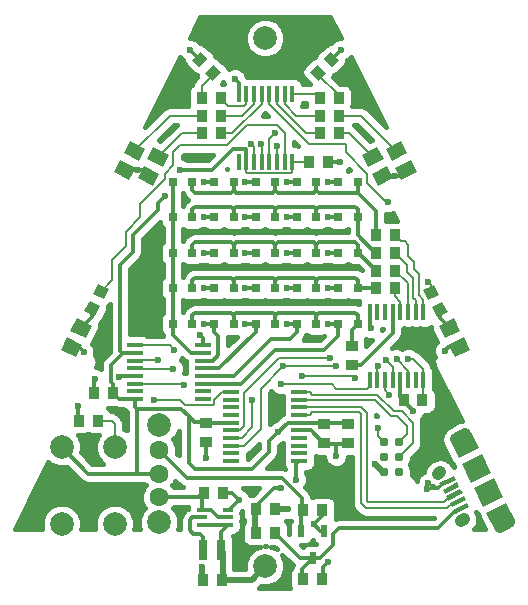
<source format=gtl>
G04 #@! TF.FileFunction,Copper,L1,Top,Signal*
%FSLAX46Y46*%
G04 Gerber Fmt 4.6, Leading zero omitted, Abs format (unit mm)*
G04 Created by KiCad (PCBNEW 4.0.3-stable) date 11/02/16 23:14:01*
%MOMM*%
%LPD*%
G01*
G04 APERTURE LIST*
%ADD10C,0.100000*%
%ADD11C,1.000000*%
%ADD12R,0.450000X1.350000*%
%ADD13C,2.000000*%
%ADD14R,0.950000X1.000000*%
%ADD15R,1.350000X0.450000*%
%ADD16C,0.787000*%
%ADD17C,1.600000*%
%ADD18R,0.800000X1.700000*%
%ADD19R,0.950000X0.400000*%
%ADD20R,0.600000X1.000000*%
%ADD21R,1.000000X0.950000*%
%ADD22R,0.800000X0.800000*%
%ADD23C,0.600000*%
%ADD24C,0.200000*%
%ADD25C,0.300000*%
%ADD26C,0.500000*%
%ADD27C,0.400000*%
G04 APERTURE END LIST*
D10*
G36*
X146693106Y-126176593D02*
X145485998Y-126781068D01*
X145306894Y-126423407D01*
X146514002Y-125818932D01*
X146693106Y-126176593D01*
X146693106Y-126176593D01*
G37*
G36*
X146402063Y-125595392D02*
X145194955Y-126199867D01*
X145015851Y-125842206D01*
X146222959Y-125237731D01*
X146402063Y-125595392D01*
X146402063Y-125595392D01*
G37*
G36*
X146984150Y-126757793D02*
X145777042Y-127362268D01*
X145597938Y-127004607D01*
X146805046Y-126400132D01*
X146984150Y-126757793D01*
X146984150Y-126757793D01*
G37*
G36*
X147275193Y-127338993D02*
X146068085Y-127943468D01*
X145888981Y-127585807D01*
X147096089Y-126981332D01*
X147275193Y-127338993D01*
X147275193Y-127338993D01*
G37*
G36*
X146111020Y-125014192D02*
X144903912Y-125618667D01*
X144724808Y-125261006D01*
X145931916Y-124656531D01*
X146111020Y-125014192D01*
X146111020Y-125014192D01*
G37*
D11*
X144601367Y-124511998D02*
X144824905Y-124400058D01*
X146593895Y-128490984D02*
X146817433Y-128379044D01*
D10*
G36*
X149129370Y-124453335D02*
X147430477Y-125304077D01*
X146624510Y-123694599D01*
X148323403Y-122843857D01*
X149129370Y-124453335D01*
X149129370Y-124453335D01*
G37*
G36*
X150159216Y-126509889D02*
X148460323Y-127360631D01*
X147654356Y-125751153D01*
X149353249Y-124900411D01*
X150159216Y-126509889D01*
X150159216Y-126509889D01*
G37*
G36*
X148077136Y-122352072D02*
X146378243Y-123202815D01*
X145673022Y-121794522D01*
X147371915Y-120943779D01*
X148077136Y-122352072D01*
X148077136Y-122352072D01*
G37*
D11*
X146120100Y-121570642D02*
X146924838Y-121167658D01*
D10*
G36*
X151110704Y-128409966D02*
X149411811Y-129260709D01*
X148706590Y-127852416D01*
X150405483Y-127001673D01*
X151110704Y-128409966D01*
X151110704Y-128409966D01*
G37*
D11*
X149858888Y-129036830D02*
X150663626Y-128633846D01*
D12*
X132275000Y-92325000D03*
X131625000Y-92325000D03*
X130975000Y-92325000D03*
X130325000Y-92325000D03*
X129675000Y-92325000D03*
X129025000Y-92325000D03*
X128375000Y-92325000D03*
X127725000Y-92325000D03*
X127725000Y-98075000D03*
X128375000Y-98075000D03*
X129025000Y-98075000D03*
X129675000Y-98075000D03*
X130325000Y-98075000D03*
X130975000Y-98075000D03*
X131625000Y-98075000D03*
X132275000Y-98075000D03*
D13*
X130000000Y-87650000D03*
X130000000Y-132350000D03*
D12*
X143375000Y-110825000D03*
X142725000Y-110825000D03*
X142075000Y-110825000D03*
X141425000Y-110825000D03*
X140775000Y-110825000D03*
X140125000Y-110825000D03*
X139475000Y-110825000D03*
X138825000Y-110825000D03*
X138825000Y-116575000D03*
X139475000Y-116575000D03*
X140125000Y-116575000D03*
X140775000Y-116575000D03*
X141425000Y-116575000D03*
X142075000Y-116575000D03*
X142725000Y-116575000D03*
X143375000Y-116575000D03*
D14*
X134600000Y-95700000D03*
X136200000Y-95700000D03*
D15*
X127125000Y-117575000D03*
X127125000Y-118225000D03*
X127125000Y-118875000D03*
X127125000Y-119525000D03*
X127125000Y-120175000D03*
X127125000Y-120825000D03*
X127125000Y-121475000D03*
X127125000Y-122125000D03*
X127125000Y-122775000D03*
X127125000Y-123425000D03*
X132875000Y-123425000D03*
X132875000Y-122775000D03*
X132875000Y-122125000D03*
X132875000Y-121475000D03*
X132875000Y-120825000D03*
X132875000Y-120175000D03*
X132875000Y-119525000D03*
X132875000Y-118875000D03*
X132875000Y-118225000D03*
X132875000Y-117575000D03*
D10*
G36*
X143382030Y-108983833D02*
X144276185Y-108536074D01*
X144701556Y-109385521D01*
X143807401Y-109833280D01*
X143382030Y-108983833D01*
X143382030Y-108983833D01*
G37*
G36*
X144098444Y-110414479D02*
X144992599Y-109966720D01*
X145417970Y-110816167D01*
X144523815Y-111263926D01*
X144098444Y-110414479D01*
X144098444Y-110414479D01*
G37*
D16*
X140060000Y-121830000D03*
X141330000Y-121830000D03*
X140060000Y-123100000D03*
X141330000Y-123100000D03*
X140060000Y-124370000D03*
X141330000Y-124370000D03*
D13*
X112750000Y-128750000D03*
X117250000Y-128750000D03*
X117250000Y-122250000D03*
X112750000Y-122250000D03*
D17*
X121000000Y-124500000D03*
X121000000Y-126500000D03*
X121000000Y-122500000D03*
D13*
X121000000Y-120400000D03*
X121000000Y-128600000D03*
D10*
G36*
X119293783Y-98034025D02*
X117997260Y-97384774D01*
X118512183Y-96356497D01*
X119808706Y-97005748D01*
X119293783Y-98034025D01*
X119293783Y-98034025D01*
G37*
G36*
X118487817Y-99643503D02*
X117191294Y-98994252D01*
X117706217Y-97965975D01*
X119002740Y-98615226D01*
X118487817Y-99643503D01*
X118487817Y-99643503D01*
G37*
G36*
X140808706Y-99494252D02*
X139512183Y-100143503D01*
X138997260Y-99115226D01*
X140293783Y-98465975D01*
X140808706Y-99494252D01*
X140808706Y-99494252D01*
G37*
G36*
X140002740Y-97884774D02*
X138706217Y-98534025D01*
X138191294Y-97505748D01*
X139487817Y-96856497D01*
X140002740Y-97884774D01*
X140002740Y-97884774D01*
G37*
G36*
X142002740Y-97384774D02*
X140706217Y-98034025D01*
X140191294Y-97005748D01*
X141487817Y-96356497D01*
X142002740Y-97384774D01*
X142002740Y-97384774D01*
G37*
G36*
X142808706Y-98994252D02*
X141512183Y-99643503D01*
X140997260Y-98615226D01*
X142293783Y-97965975D01*
X142808706Y-98994252D01*
X142808706Y-98994252D01*
G37*
G36*
X146502740Y-112384774D02*
X145206217Y-113034025D01*
X144691294Y-112005748D01*
X145987817Y-111356497D01*
X146502740Y-112384774D01*
X146502740Y-112384774D01*
G37*
G36*
X147308706Y-113994252D02*
X146012183Y-114643503D01*
X145497260Y-113615226D01*
X146793783Y-112965975D01*
X147308706Y-113994252D01*
X147308706Y-113994252D01*
G37*
G36*
X120487817Y-100143503D02*
X119191294Y-99494252D01*
X119706217Y-98465975D01*
X121002740Y-99115226D01*
X120487817Y-100143503D01*
X120487817Y-100143503D01*
G37*
G36*
X121293783Y-98534025D02*
X119997260Y-97884774D01*
X120512183Y-96856497D01*
X121808706Y-97505748D01*
X121293783Y-98534025D01*
X121293783Y-98534025D01*
G37*
G36*
X114793783Y-113034025D02*
X113497260Y-112384774D01*
X114012183Y-111356497D01*
X115308706Y-112005748D01*
X114793783Y-113034025D01*
X114793783Y-113034025D01*
G37*
G36*
X113987817Y-114643503D02*
X112691294Y-113994252D01*
X113206217Y-112965975D01*
X114502740Y-113615226D01*
X113987817Y-114643503D01*
X113987817Y-114643503D01*
G37*
D18*
X126250000Y-131000000D03*
X124750000Y-131000000D03*
D19*
X126800000Y-128850000D03*
X126800000Y-128200000D03*
X126800000Y-127550000D03*
X124600000Y-127550000D03*
X124600000Y-128200000D03*
X124600000Y-128850000D03*
D20*
X134950000Y-129350000D03*
X133050000Y-129350000D03*
X134000000Y-131650000D03*
D15*
X124675000Y-118175000D03*
X124675000Y-117525000D03*
X124675000Y-116875000D03*
X124675000Y-116225000D03*
X124675000Y-115575000D03*
X124675000Y-114925000D03*
X124675000Y-114275000D03*
X124675000Y-113625000D03*
X118925000Y-113625000D03*
X118925000Y-114275000D03*
X118925000Y-114925000D03*
X118925000Y-115575000D03*
X118925000Y-116225000D03*
X118925000Y-116875000D03*
X118925000Y-117525000D03*
X118925000Y-118175000D03*
D10*
G36*
X115823815Y-108436074D02*
X116717970Y-108883833D01*
X116292599Y-109733280D01*
X115398444Y-109285521D01*
X115823815Y-108436074D01*
X115823815Y-108436074D01*
G37*
G36*
X115107401Y-109866720D02*
X116001556Y-110314479D01*
X115576185Y-111163926D01*
X114682030Y-110716167D01*
X115107401Y-109866720D01*
X115107401Y-109866720D01*
G37*
D14*
X126200000Y-95700000D03*
X124600000Y-95700000D03*
X126200000Y-94200000D03*
X124600000Y-94200000D03*
X126200000Y-92700000D03*
X124600000Y-92700000D03*
X134600000Y-92700000D03*
X136200000Y-92700000D03*
X134600000Y-94200000D03*
X136200000Y-94200000D03*
X141000000Y-104300000D03*
X139400000Y-104300000D03*
X141000000Y-105800000D03*
X139400000Y-105800000D03*
X141000000Y-107300000D03*
X139400000Y-107300000D03*
X141000000Y-108800000D03*
X139400000Y-108800000D03*
D21*
X137300000Y-115300000D03*
X137300000Y-113700000D03*
D14*
X133700000Y-98100000D03*
X135300000Y-98100000D03*
X117100000Y-117700000D03*
X115500000Y-117700000D03*
X143300000Y-118300000D03*
X141700000Y-118300000D03*
D21*
X135000000Y-121900000D03*
X135000000Y-120300000D03*
X125000000Y-121800000D03*
X125000000Y-120200000D03*
X137000000Y-121900000D03*
X137000000Y-120300000D03*
D14*
X126300000Y-133500000D03*
X124700000Y-133500000D03*
X124800000Y-126100000D03*
X126400000Y-126100000D03*
X133200000Y-133400000D03*
X134800000Y-133400000D03*
X133200000Y-127600000D03*
X134800000Y-127600000D03*
X115800000Y-120000000D03*
X114200000Y-120000000D03*
X130800000Y-129500000D03*
X129200000Y-129500000D03*
X129200000Y-127500000D03*
X130800000Y-127500000D03*
D10*
G36*
X135530330Y-88762564D02*
X136237436Y-89469670D01*
X135601040Y-90106066D01*
X134893934Y-89398960D01*
X135530330Y-88762564D01*
X135530330Y-88762564D01*
G37*
G36*
X134398960Y-89893934D02*
X135106066Y-90601040D01*
X134469670Y-91237436D01*
X133762564Y-90530330D01*
X134398960Y-89893934D01*
X134398960Y-89893934D01*
G37*
G36*
X123762564Y-89469670D02*
X124469670Y-88762564D01*
X125106066Y-89398960D01*
X124398960Y-90106066D01*
X123762564Y-89469670D01*
X123762564Y-89469670D01*
G37*
G36*
X124893934Y-90601040D02*
X125601040Y-89893934D01*
X126237436Y-90530330D01*
X125530330Y-91237436D01*
X124893934Y-90601040D01*
X124893934Y-90601040D01*
G37*
D22*
X136175000Y-111800000D03*
X137825000Y-111800000D03*
X136175000Y-108800000D03*
X137825000Y-108800000D03*
X136175000Y-105800000D03*
X137825000Y-105800000D03*
X136175000Y-102800000D03*
X137825000Y-102800000D03*
X136175000Y-99800000D03*
X137825000Y-99800000D03*
X132675000Y-111800000D03*
X134325000Y-111800000D03*
X132675000Y-108800000D03*
X134325000Y-108800000D03*
X132675000Y-105800000D03*
X134325000Y-105800000D03*
X132675000Y-102800000D03*
X134325000Y-102800000D03*
X129175000Y-111800000D03*
X130825000Y-111800000D03*
X129175000Y-108800000D03*
X130825000Y-108800000D03*
X129175000Y-105800000D03*
X130825000Y-105800000D03*
X129175000Y-102800000D03*
X130825000Y-102800000D03*
X129175000Y-99800000D03*
X130825000Y-99800000D03*
X125675000Y-111800000D03*
X127325000Y-111800000D03*
X125675000Y-108800000D03*
X127325000Y-108800000D03*
X125675000Y-105800000D03*
X127325000Y-105800000D03*
X125675000Y-102800000D03*
X127325000Y-102800000D03*
X125675000Y-99800000D03*
X127325000Y-99800000D03*
X122175000Y-111800000D03*
X123825000Y-111800000D03*
X122175000Y-108800000D03*
X123825000Y-108800000D03*
X122175000Y-105800000D03*
X123825000Y-105800000D03*
X122175000Y-102800000D03*
X123825000Y-102800000D03*
X122175000Y-99800000D03*
X123825000Y-99800000D03*
X132675000Y-99800000D03*
X134325000Y-99800000D03*
D23*
X131100000Y-120975000D03*
X139500000Y-120600000D03*
X142100000Y-114800000D03*
X122800000Y-98800000D03*
X121500000Y-101000000D03*
X139500000Y-115400000D03*
X130800000Y-95700000D03*
X142524999Y-119200001D03*
X139300000Y-123700000D03*
X135300000Y-132000000D03*
X136300000Y-98100000D03*
X138900000Y-112200000D03*
X115600000Y-116500000D03*
X127400000Y-91100000D03*
X124500000Y-112800000D03*
X117600000Y-116300000D03*
X125000000Y-123200000D03*
X136000000Y-123000000D03*
X134100000Y-128800000D03*
X127800000Y-126700000D03*
X145200000Y-114100000D03*
X136400000Y-88600000D03*
X123600000Y-88600000D03*
X141000000Y-99304739D03*
X119200000Y-98804739D03*
X114600000Y-114200000D03*
X114100000Y-118800000D03*
X131900000Y-127500000D03*
X124600000Y-132400000D03*
X143700000Y-125800000D03*
X143800000Y-125300000D03*
X144200000Y-125600000D03*
X132600000Y-125000000D03*
X131300000Y-125700000D03*
X143800000Y-108300000D03*
X140400000Y-101500000D03*
X120600000Y-118300000D03*
X124800000Y-111800000D03*
X124800000Y-99800000D03*
X124800000Y-108800000D03*
X124800000Y-105800000D03*
X124800000Y-102800000D03*
X128300000Y-99800000D03*
X128300000Y-102800000D03*
X128300000Y-105800000D03*
X128300000Y-108800000D03*
X128300000Y-111800000D03*
X131800000Y-111800000D03*
X131800000Y-108800000D03*
X131800000Y-105800000D03*
X131800000Y-102800000D03*
X131800000Y-99800000D03*
X135300000Y-99800000D03*
X135300000Y-102800000D03*
X135300000Y-105800000D03*
X135300000Y-108800000D03*
X135300000Y-111800000D03*
X141100000Y-114800000D03*
X135500000Y-114700000D03*
X137600000Y-116400000D03*
X133100000Y-116200000D03*
X140500000Y-117800000D03*
X128900000Y-118224264D03*
X120900000Y-114900000D03*
X128800000Y-96600000D03*
X129600000Y-96600000D03*
X140200000Y-114900000D03*
X131500000Y-115400000D03*
X122200000Y-115600000D03*
X136000000Y-115400000D03*
X123100000Y-117000000D03*
X131300000Y-116900000D03*
X131000000Y-96800000D03*
X122300000Y-114000000D03*
D24*
X132875000Y-117575000D02*
X133750000Y-117575000D01*
X133750000Y-117575000D02*
X133975000Y-117800000D01*
X133975000Y-117800000D02*
X139465698Y-117800000D01*
X139465698Y-117800000D02*
X140865699Y-119200001D01*
X140865699Y-119200001D02*
X141530454Y-119200000D01*
X141530454Y-119200000D02*
X142500000Y-120169546D01*
X141723499Y-122706501D02*
X141330000Y-123100000D01*
X142500000Y-120169546D02*
X142500000Y-121930000D01*
X142500000Y-121930000D02*
X141723499Y-122706501D01*
X141330000Y-121830000D02*
X142000000Y-121160000D01*
X142000000Y-121160000D02*
X142000000Y-120465698D01*
X142000000Y-120465698D02*
X141134313Y-119600011D01*
X141134313Y-119600011D02*
X140600011Y-119600011D01*
X140600011Y-119600011D02*
X139300000Y-118300000D01*
X139300000Y-118300000D02*
X134000000Y-118300000D01*
X134000000Y-118300000D02*
X133925000Y-118225000D01*
X133925000Y-118225000D02*
X132875000Y-118225000D01*
X146000000Y-126300000D02*
X145700000Y-126300000D01*
X145700000Y-126300000D02*
X145100000Y-126900000D01*
X145100000Y-126900000D02*
X138700000Y-126900000D01*
X138700000Y-126900000D02*
X138600000Y-126800000D01*
X138600000Y-119394299D02*
X138080701Y-118875000D01*
X138600000Y-126800000D02*
X138600000Y-119394299D01*
X138080701Y-118875000D02*
X132875000Y-118875000D01*
X145800000Y-126300000D02*
X146000000Y-126300000D01*
X146291044Y-126881200D02*
X145958800Y-126881200D01*
X145958800Y-126881200D02*
X145410000Y-127430000D01*
X145410000Y-127430000D02*
X138530000Y-127430000D01*
X138100000Y-127000000D02*
X138100000Y-119459998D01*
X138530000Y-127430000D02*
X138100000Y-127000000D01*
X138100000Y-119459998D02*
X137940002Y-119300000D01*
X137940002Y-119300000D02*
X133975000Y-119300000D01*
X133975000Y-119300000D02*
X133750000Y-119525000D01*
X133750000Y-119525000D02*
X132875000Y-119525000D01*
D25*
X130300000Y-121775000D02*
X131100000Y-120975000D01*
X131100000Y-120975000D02*
X131900000Y-120175000D01*
D24*
X143375000Y-116575000D02*
X143375000Y-118225000D01*
X143375000Y-118225000D02*
X143300000Y-118300000D01*
X139500000Y-120600000D02*
X139500000Y-121270000D01*
X139500000Y-121270000D02*
X140060000Y-121830000D01*
D25*
X128900000Y-124100000D02*
X130300000Y-122700000D01*
X130300000Y-122700000D02*
X130300000Y-121775000D01*
X123500000Y-123600000D02*
X124000000Y-124100000D01*
X124000000Y-124100000D02*
X128900000Y-124100000D01*
X117950000Y-114275000D02*
X116900000Y-115325000D01*
X116900000Y-115325000D02*
X116900000Y-116700000D01*
X116900000Y-116700000D02*
X117100000Y-116900000D01*
X117100000Y-116900000D02*
X117100000Y-117700000D01*
D24*
X132275000Y-98075000D02*
X132275000Y-98950000D01*
X132275000Y-98950000D02*
X132174999Y-99050001D01*
X132174999Y-99050001D02*
X128475001Y-99050001D01*
X128475001Y-99050001D02*
X128375000Y-98950000D01*
X128375000Y-98950000D02*
X128375000Y-98075000D01*
D25*
X122800000Y-98800000D02*
X125469998Y-98800000D01*
X128324999Y-97049999D02*
X128375000Y-97100000D01*
X125469998Y-98800000D02*
X127219999Y-97049999D01*
X127219999Y-97049999D02*
X128324999Y-97049999D01*
X128375000Y-97100000D02*
X128375000Y-98075000D01*
X120900001Y-102199999D02*
X120900001Y-101599999D01*
X120900001Y-101599999D02*
X121500000Y-101000000D01*
D24*
X142100000Y-114800000D02*
X142524264Y-114800000D01*
X142524264Y-114800000D02*
X143375000Y-115650736D01*
X143375000Y-115650736D02*
X143375000Y-115700000D01*
X143375000Y-115700000D02*
X143375000Y-116575000D01*
D25*
X117950000Y-114275000D02*
X117875000Y-114275000D01*
X117875000Y-114275000D02*
X117700000Y-114100000D01*
X117700000Y-114100000D02*
X117700000Y-106800000D01*
X117700000Y-106800000D02*
X118800000Y-105700000D01*
X118800000Y-105700000D02*
X118800000Y-104300000D01*
X118800000Y-104300000D02*
X120900001Y-102199999D01*
D24*
X143400000Y-116550000D02*
X143375000Y-116575000D01*
X139475000Y-116575000D02*
X139475000Y-115425000D01*
X139475000Y-115425000D02*
X139500000Y-115400000D01*
X132275000Y-98075000D02*
X133675000Y-98075000D01*
X133675000Y-98075000D02*
X133700000Y-98100000D01*
D25*
X117950000Y-114275000D02*
X118925000Y-114275000D01*
X117100000Y-117675000D02*
X117100000Y-117700000D01*
X118925000Y-118175000D02*
X117575000Y-118175000D01*
X117575000Y-118175000D02*
X117100000Y-117700000D01*
X119100000Y-119000000D02*
X118925000Y-118825000D01*
X118925000Y-118825000D02*
X118925000Y-118175000D01*
D24*
X140060000Y-121830000D02*
X139930000Y-121830000D01*
D25*
X135000000Y-120200000D02*
X136000000Y-120200000D01*
X136000000Y-120200000D02*
X137000000Y-120200000D01*
D24*
X136003876Y-120203876D02*
X136000000Y-120200000D01*
D25*
X119100000Y-124500000D02*
X115000000Y-124500000D01*
X115000000Y-124500000D02*
X112750000Y-122250000D01*
X132875000Y-120175000D02*
X134975000Y-120175000D01*
X134975000Y-120175000D02*
X135000000Y-120200000D01*
X131900000Y-120175000D02*
X132875000Y-120175000D01*
X123500000Y-119625000D02*
X123975000Y-120100000D01*
X122875000Y-119000000D02*
X123500000Y-119625000D01*
X123500000Y-119625000D02*
X123500000Y-123600000D01*
X127125000Y-120175000D02*
X125075000Y-120175000D01*
X125075000Y-120175000D02*
X125000000Y-120100000D01*
X119100000Y-119000000D02*
X122875000Y-119000000D01*
X123975000Y-120100000D02*
X125000000Y-120100000D01*
X119100000Y-124500000D02*
X119100000Y-119000000D01*
X119100000Y-124500000D02*
X121000000Y-124500000D01*
D24*
X130325000Y-98075000D02*
X130325000Y-96175000D01*
X130325000Y-96175000D02*
X130800000Y-95700000D01*
D25*
X141700000Y-118300000D02*
X141700000Y-118375002D01*
X141700000Y-118375002D02*
X142524999Y-119200001D01*
X141425000Y-116575000D02*
X141425000Y-118025000D01*
X141425000Y-118025000D02*
X141700000Y-118300000D01*
X126800000Y-127550000D02*
X126950000Y-127550000D01*
X126950000Y-127550000D02*
X127800000Y-126700000D01*
D26*
X140060000Y-124370000D02*
X139970000Y-124370000D01*
X139970000Y-124370000D02*
X139300000Y-123700000D01*
D25*
X134900000Y-133400000D02*
X134900000Y-132400000D01*
X134900000Y-132400000D02*
X135300000Y-132000000D01*
X135300000Y-98100000D02*
X136300000Y-98100000D01*
X138825000Y-110825000D02*
X138825000Y-112125000D01*
X138825000Y-112125000D02*
X138900000Y-112200000D01*
X115500000Y-117700000D02*
X115500000Y-116600000D01*
X115500000Y-116600000D02*
X115600000Y-116500000D01*
X127725000Y-92325000D02*
X127725000Y-91425000D01*
X127725000Y-91425000D02*
X127400000Y-91100000D01*
X124675000Y-113625000D02*
X124675000Y-112975000D01*
X124675000Y-112975000D02*
X124500000Y-112800000D01*
X118925000Y-116225000D02*
X117675000Y-116225000D01*
X117675000Y-116225000D02*
X117600000Y-116300000D01*
X125000000Y-121900000D02*
X125000000Y-123200000D01*
X136000000Y-122000000D02*
X137000000Y-122000000D01*
X135000000Y-122000000D02*
X136000000Y-122000000D01*
X136000000Y-122000000D02*
X136000000Y-123000000D01*
X132875000Y-120825000D02*
X133825000Y-120825000D01*
X133825000Y-120825000D02*
X135000000Y-122000000D01*
X134950000Y-129350000D02*
X134650000Y-129350000D01*
X134650000Y-129350000D02*
X134100000Y-128800000D01*
X134900000Y-127600000D02*
X134900000Y-128000000D01*
X134900000Y-128000000D02*
X134100000Y-128800000D01*
X126500000Y-126100000D02*
X127200000Y-126100000D01*
X127200000Y-126100000D02*
X127800000Y-126700000D01*
X146402983Y-113804739D02*
X145495261Y-113804739D01*
X145495261Y-113804739D02*
X145200000Y-114100000D01*
X135636396Y-89363604D02*
X136400000Y-88600000D01*
X124363604Y-89363604D02*
X123600000Y-88600000D01*
X141000000Y-99304739D02*
X141402983Y-99304739D01*
X139902983Y-99304739D02*
X141000000Y-99304739D01*
X141402983Y-99304739D02*
X141902983Y-98804739D01*
X119200000Y-98804739D02*
X119597017Y-98804739D01*
X118097017Y-98804739D02*
X119200000Y-98804739D01*
X119597017Y-98804739D02*
X120097017Y-99304739D01*
X113597017Y-113804739D02*
X114204739Y-113804739D01*
X114204739Y-113804739D02*
X114600000Y-114200000D01*
X114100000Y-120000000D02*
X114100000Y-118800000D01*
D26*
X130900000Y-127500000D02*
X131900000Y-127500000D01*
X124600000Y-133500000D02*
X124600000Y-132400000D01*
D24*
X144200000Y-125600000D02*
X144624264Y-125600000D01*
X144624264Y-125600000D02*
X144750000Y-125474264D01*
X145255513Y-125300000D02*
X145417914Y-125137599D01*
X143700000Y-125800000D02*
X144600000Y-125800000D01*
X144600000Y-125800000D02*
X144800000Y-125600000D01*
X143800000Y-125300000D02*
X143800000Y-125700000D01*
X143800000Y-125700000D02*
X143700000Y-125800000D01*
X144200000Y-125600000D02*
X144100000Y-125600000D01*
X144100000Y-125600000D02*
X143800000Y-125300000D01*
X144800000Y-125600000D02*
X144200000Y-125600000D01*
X145262401Y-125137599D02*
X144800000Y-125600000D01*
X145417914Y-125137599D02*
X145262401Y-125137599D01*
X134600000Y-95700000D02*
X133475000Y-95700000D01*
X133475000Y-95700000D02*
X130975000Y-93200000D01*
X130975000Y-93200000D02*
X130975000Y-92325000D01*
X134600000Y-94200000D02*
X132625000Y-94200000D01*
X132625000Y-94200000D02*
X131625000Y-93200000D01*
X131625000Y-93200000D02*
X131625000Y-92325000D01*
X132275000Y-92325000D02*
X134225000Y-92325000D01*
X134225000Y-92325000D02*
X134600000Y-92700000D01*
D25*
X132600000Y-125000000D02*
X132600000Y-123700000D01*
X132600000Y-123700000D02*
X132875000Y-123425000D01*
X129100000Y-127500000D02*
X129100000Y-127350000D01*
X129100000Y-127350000D02*
X130750000Y-125700000D01*
X130750000Y-125700000D02*
X131300000Y-125700000D01*
D26*
X129100000Y-129500000D02*
X129100000Y-127500000D01*
D24*
X130325000Y-92325000D02*
X130325000Y-93200000D01*
X133725000Y-96600000D02*
X136800000Y-96600000D01*
X130325000Y-93200000D02*
X133725000Y-96600000D01*
X136800000Y-96600000D02*
X136800000Y-97300000D01*
X136800000Y-97300000D02*
X138600000Y-99100000D01*
X138600000Y-99900000D02*
X140200000Y-101500000D01*
X138600000Y-99100000D02*
X138600000Y-99900000D01*
X140200000Y-101500000D02*
X140400000Y-101500000D01*
X144041793Y-109184677D02*
X144041793Y-108541793D01*
X144041793Y-108541793D02*
X143800000Y-108300000D01*
X128375000Y-92325000D02*
X128375000Y-93200000D01*
X128375000Y-93200000D02*
X128175000Y-93400000D01*
X128175000Y-93400000D02*
X126875000Y-93400000D01*
X126875000Y-93400000D02*
X126200000Y-92725000D01*
X126200000Y-92725000D02*
X126200000Y-92700000D01*
X126200000Y-94200000D02*
X128025000Y-94200000D01*
X128025000Y-94200000D02*
X129025000Y-93200000D01*
X129025000Y-93200000D02*
X129025000Y-92325000D01*
X126200000Y-95700000D02*
X127175000Y-95700000D01*
X127175000Y-95700000D02*
X129675000Y-93200000D01*
X129675000Y-93200000D02*
X129675000Y-92325000D01*
X116058207Y-109084677D02*
X117000000Y-108142884D01*
X117000000Y-106400000D02*
X118200000Y-105200000D01*
X117000000Y-108142884D02*
X117000000Y-106400000D01*
X119400000Y-101655601D02*
X121474999Y-99580602D01*
X118200000Y-105200000D02*
X118200000Y-104000000D01*
X122200000Y-98400000D02*
X122200000Y-97300000D01*
X128440698Y-95000000D02*
X130988002Y-95000000D01*
X118200000Y-104000000D02*
X119400000Y-102800000D01*
X126740698Y-96700000D02*
X128440698Y-95000000D01*
X119400000Y-102800000D02*
X119400000Y-101655601D01*
X121474999Y-99580602D02*
X121474999Y-99125001D01*
X121474999Y-99125001D02*
X122200000Y-98400000D01*
X131625000Y-95636998D02*
X131625000Y-98075000D01*
X122200000Y-97300000D02*
X122800000Y-96700000D01*
X122800000Y-96700000D02*
X126740698Y-96700000D01*
X130988002Y-95000000D02*
X131625000Y-95636998D01*
X127125000Y-117575000D02*
X126334998Y-117575000D01*
X126334998Y-117575000D02*
X125650001Y-118259997D01*
X125650001Y-118259997D02*
X125650001Y-118640001D01*
X125650001Y-118640001D02*
X125590001Y-118700001D01*
X125590001Y-118700001D02*
X123211411Y-118700001D01*
X123211411Y-118700001D02*
X122811410Y-118300000D01*
X122811410Y-118300000D02*
X121024264Y-118300000D01*
X121024264Y-118300000D02*
X120600000Y-118300000D01*
X116975000Y-120000000D02*
X117250000Y-120275000D01*
X117250000Y-120275000D02*
X117250000Y-122250000D01*
X116975000Y-120000000D02*
X115900000Y-120000000D01*
D25*
X136200000Y-129100000D02*
X144390000Y-129100000D01*
X145990000Y-127730000D02*
X144620000Y-129100000D01*
X144620000Y-129100000D02*
X144390000Y-129100000D01*
X146153057Y-127730000D02*
X145990000Y-127730000D01*
X146582087Y-127462400D02*
X146420657Y-127462400D01*
X146420657Y-127462400D02*
X146153057Y-127730000D01*
X134000000Y-131650000D02*
X134600000Y-131650000D01*
X134600000Y-131650000D02*
X135700000Y-130550000D01*
X135700000Y-130550000D02*
X135700000Y-129600000D01*
X135700000Y-129600000D02*
X136200000Y-129100000D01*
X130900000Y-129500000D02*
X130900000Y-129650000D01*
X130900000Y-129650000D02*
X132900000Y-131650000D01*
X132900000Y-131650000D02*
X133400000Y-131650000D01*
X133400000Y-131650000D02*
X134000000Y-131650000D01*
X133100000Y-133400000D02*
X133100000Y-132550000D01*
X133100000Y-132550000D02*
X134000000Y-131650000D01*
X133100000Y-127600000D02*
X133100000Y-126575000D01*
X133100000Y-126575000D02*
X131425000Y-124900000D01*
X123400000Y-124900000D02*
X121000000Y-122500000D01*
X131425000Y-124900000D02*
X123400000Y-124900000D01*
X133050000Y-129350000D02*
X133050000Y-127650000D01*
X133050000Y-127650000D02*
X133100000Y-127600000D01*
X126250000Y-131000000D02*
X126250000Y-129400000D01*
X126250000Y-129400000D02*
X126800000Y-128850000D01*
X124600000Y-128850000D02*
X126800000Y-128850000D01*
D26*
X126400000Y-133500000D02*
X126400000Y-131150000D01*
X126400000Y-131150000D02*
X126250000Y-131000000D01*
X126400000Y-133500000D02*
X128850000Y-133500000D01*
X128850000Y-133500000D02*
X130000000Y-132350000D01*
D25*
X124600000Y-128200000D02*
X123825000Y-128200000D01*
X123825000Y-128200000D02*
X123600000Y-128425000D01*
X123900000Y-129600000D02*
X124500000Y-129600000D01*
X123600000Y-128425000D02*
X123600000Y-129300000D01*
X123600000Y-129300000D02*
X123900000Y-129600000D01*
X124500000Y-129600000D02*
X124750000Y-129850000D01*
X124750000Y-129850000D02*
X124750000Y-131000000D01*
X121000000Y-126500000D02*
X124300000Y-126500000D01*
X124300000Y-126500000D02*
X124700000Y-126100000D01*
X124600000Y-127550000D02*
X124600000Y-126200000D01*
X124600000Y-126200000D02*
X124700000Y-126100000D01*
X126800000Y-128200000D02*
X126025000Y-128200000D01*
X126025000Y-128200000D02*
X125375000Y-127550000D01*
X125375000Y-127550000D02*
X124600000Y-127550000D01*
D24*
X125636396Y-90636396D02*
X124600000Y-91672792D01*
X124600000Y-91672792D02*
X124600000Y-92700000D01*
D25*
X115341793Y-110515323D02*
X115341793Y-111256451D01*
X115341793Y-111256451D02*
X114402983Y-112195261D01*
D24*
X120902983Y-97695261D02*
X122898244Y-95700000D01*
X122898244Y-95700000D02*
X124600000Y-95700000D01*
D25*
X144758207Y-110615323D02*
X144758207Y-111356451D01*
X144758207Y-111356451D02*
X145597017Y-112195261D01*
D24*
X134363604Y-90636396D02*
X136200000Y-92472792D01*
X136200000Y-92472792D02*
X136200000Y-92700000D01*
X136200000Y-94200000D02*
X138101756Y-94200000D01*
X138101756Y-94200000D02*
X141097017Y-97195261D01*
X139097017Y-97695261D02*
X137101756Y-95700000D01*
X137101756Y-95700000D02*
X136200000Y-95700000D01*
X118902983Y-97195261D02*
X121898244Y-94200000D01*
X121898244Y-94200000D02*
X124600000Y-94200000D01*
D25*
X122175000Y-102100000D02*
X122175000Y-99800000D01*
X122175000Y-102800000D02*
X122175000Y-102100000D01*
X122175000Y-105800000D02*
X122175000Y-102800000D01*
X122175000Y-108800000D02*
X122175000Y-105800000D01*
X122175000Y-111800000D02*
X122175000Y-108800000D01*
X122175000Y-111800000D02*
X122175000Y-112750000D01*
X122175000Y-112750000D02*
X123700000Y-114275000D01*
X123700000Y-114275000D02*
X124675000Y-114275000D01*
X137825000Y-100725000D02*
X134550000Y-100725000D01*
X134550000Y-100725000D02*
X134325000Y-100500000D01*
X134125000Y-100700000D02*
X131025000Y-100700000D01*
X131025000Y-100700000D02*
X130825000Y-100500000D01*
X134325000Y-99800000D02*
X134325000Y-100500000D01*
X134325000Y-100500000D02*
X134125000Y-100700000D01*
X130625000Y-100700000D02*
X127525000Y-100700000D01*
X127525000Y-100700000D02*
X127325000Y-100500000D01*
X130825000Y-99800000D02*
X130825000Y-100500000D01*
X130825000Y-100500000D02*
X130625000Y-100700000D01*
X124025000Y-100700000D02*
X127125000Y-100700000D01*
X127125000Y-100700000D02*
X127325000Y-100500000D01*
X127325000Y-100500000D02*
X127325000Y-99800000D01*
X123825000Y-99800000D02*
X123825000Y-100500000D01*
X123825000Y-100500000D02*
X124025000Y-100700000D01*
X139400000Y-102300000D02*
X137825000Y-100725000D01*
X137825000Y-100725000D02*
X137825000Y-99800000D01*
X139400000Y-102300000D02*
X139400000Y-104300000D01*
X137625000Y-101900000D02*
X134525000Y-101900000D01*
X134525000Y-101900000D02*
X134325000Y-102100000D01*
X137825000Y-102800000D02*
X137824999Y-102099999D01*
X137824999Y-102099999D02*
X137625000Y-101900000D01*
X134125000Y-101900000D02*
X131025000Y-101900000D01*
X131025000Y-101900000D02*
X130825000Y-102100000D01*
X134325000Y-102800000D02*
X134325000Y-102100000D01*
X134325000Y-102100000D02*
X134125000Y-101900000D01*
X130625000Y-101900000D02*
X127525000Y-101900000D01*
X127525000Y-101900000D02*
X127325000Y-102100000D01*
X130825000Y-102800000D02*
X130825000Y-102100000D01*
X130825000Y-102100000D02*
X130625000Y-101900000D01*
X124025000Y-101900000D02*
X127125000Y-101900000D01*
X127125000Y-101900000D02*
X127325000Y-102100000D01*
X127325000Y-102100000D02*
X127325000Y-102800000D01*
X123825000Y-102800000D02*
X123825000Y-102100000D01*
X123825000Y-102100000D02*
X124025000Y-101900000D01*
X139300000Y-105800000D02*
X137825000Y-104325000D01*
X137825000Y-104325000D02*
X137825000Y-104200000D01*
X139400000Y-105800000D02*
X139300000Y-105800000D01*
X137825000Y-102800000D02*
X137825000Y-104200000D01*
X139400000Y-105775000D02*
X139400000Y-105800000D01*
X134325000Y-105800000D02*
X134325000Y-105100000D01*
X134125000Y-104900000D02*
X131025000Y-104900000D01*
X131025000Y-104900000D02*
X130825000Y-105100000D01*
X134324999Y-105099999D02*
X134125000Y-104900000D01*
X130625000Y-104900000D02*
X127525000Y-104900000D01*
X127525000Y-104900000D02*
X127325000Y-105100000D01*
X130825000Y-105800000D02*
X130825000Y-105100000D01*
X130825000Y-105100000D02*
X130625000Y-104900000D01*
X124025000Y-104900000D02*
X127125000Y-104900000D01*
X127125000Y-104900000D02*
X127325000Y-105100000D01*
X127325000Y-105100000D02*
X127325000Y-105800000D01*
X123825000Y-105800000D02*
X123825000Y-105100000D01*
X123825000Y-105100000D02*
X124025000Y-104900000D01*
X137625000Y-104900000D02*
X134525000Y-104900000D01*
X134525000Y-104900000D02*
X134325000Y-105100000D01*
X137825000Y-105800000D02*
X137825000Y-105100000D01*
X137825000Y-105100000D02*
X137625000Y-104900000D01*
X137825000Y-105800000D02*
X137900000Y-105800000D01*
X137900000Y-105800000D02*
X139400000Y-107300000D01*
X137625000Y-107900000D02*
X134525000Y-107900000D01*
X134525000Y-107900000D02*
X134325000Y-108100000D01*
X137825000Y-108800000D02*
X137825000Y-108100000D01*
X137825000Y-108100000D02*
X137625000Y-107900000D01*
X134125000Y-107900000D02*
X131025000Y-107900000D01*
X131025000Y-107900000D02*
X130825000Y-108100000D01*
X134325000Y-108800000D02*
X134325000Y-108100000D01*
X134325000Y-108100000D02*
X134125000Y-107900000D01*
X130625000Y-107900000D02*
X127525000Y-107900000D01*
X127525000Y-107900000D02*
X127325000Y-108100000D01*
X130825000Y-108800000D02*
X130825000Y-108100000D01*
X130825000Y-108100000D02*
X130625000Y-107900000D01*
X124025000Y-107900000D02*
X127125000Y-107900000D01*
X127125000Y-107900000D02*
X127325000Y-108100000D01*
X127325000Y-108100000D02*
X127325000Y-108800000D01*
X123825000Y-108800000D02*
X123825000Y-108100000D01*
X123825000Y-108100000D02*
X124025000Y-107900000D01*
X137825000Y-108800000D02*
X139400000Y-108800000D01*
X137625000Y-110900000D02*
X134525000Y-110900000D01*
X134525000Y-110900000D02*
X134325000Y-111100000D01*
X137825000Y-111800000D02*
X137825000Y-111100000D01*
X137825000Y-111100000D02*
X137625000Y-110900000D01*
X134125000Y-110900000D02*
X131025000Y-110900000D01*
X131025000Y-110900000D02*
X130825000Y-111100000D01*
X134325000Y-111800000D02*
X134325000Y-111100000D01*
X134325000Y-111100000D02*
X134125000Y-110900000D01*
X130625000Y-110900000D02*
X127525000Y-110900000D01*
X127525000Y-110900000D02*
X127325000Y-111100000D01*
X130825000Y-111800000D02*
X130825000Y-111100000D01*
X130825000Y-111100000D02*
X130625000Y-110900000D01*
X124025000Y-110900000D02*
X127125000Y-110900000D01*
X127125000Y-110900000D02*
X127325000Y-111100000D01*
X127325000Y-111100000D02*
X127325000Y-111800000D01*
X123825000Y-111800000D02*
X123825000Y-111100000D01*
X123825000Y-111100000D02*
X124025000Y-110900000D01*
X137300000Y-113700000D02*
X137300000Y-112325000D01*
X137300000Y-112325000D02*
X137825000Y-111800000D01*
X126000000Y-114480002D02*
X126000000Y-112825000D01*
X126000000Y-112825000D02*
X125675000Y-112500000D01*
X125675000Y-112500000D02*
X125675000Y-111800000D01*
X124675000Y-114925000D02*
X125555002Y-114925000D01*
X125555002Y-114925000D02*
X126000000Y-114480002D01*
X125675000Y-111800000D02*
X124800000Y-111800000D01*
X125675000Y-99800000D02*
X124800000Y-99800000D01*
X125675000Y-108800000D02*
X124800000Y-108800000D01*
X125675000Y-105800000D02*
X124800000Y-105800000D01*
X125675000Y-102800000D02*
X124800000Y-102800000D01*
X128300000Y-99800000D02*
X129175000Y-99800000D01*
X128300000Y-102800000D02*
X129175000Y-102800000D01*
X128300000Y-105800000D02*
X129175000Y-105800000D01*
X128300000Y-108800000D02*
X129175000Y-108800000D01*
X129175000Y-111800000D02*
X128300000Y-111800000D01*
X124675000Y-115575000D02*
X126100000Y-115575000D01*
X126100000Y-115575000D02*
X129175000Y-112500000D01*
X129175000Y-112500000D02*
X129175000Y-111800000D01*
X124675000Y-116225000D02*
X127375000Y-116225000D01*
X132675000Y-112500000D02*
X132675000Y-111800000D01*
X127375000Y-116225000D02*
X130500000Y-113100000D01*
X130500000Y-113100000D02*
X132075000Y-113100000D01*
X132075000Y-113100000D02*
X132675000Y-112500000D01*
X131800000Y-111800000D02*
X132675000Y-111800000D01*
X131800000Y-108800000D02*
X132675000Y-108800000D01*
X131800000Y-105800000D02*
X132675000Y-105800000D01*
X131800000Y-102800000D02*
X132675000Y-102800000D01*
X132675000Y-99800000D02*
X131800000Y-99800000D01*
X124675000Y-116875000D02*
X127925000Y-116875000D01*
X135000000Y-114000000D02*
X136175000Y-112825000D01*
X127925000Y-116875000D02*
X130800000Y-114000000D01*
X136175000Y-112825000D02*
X136175000Y-112500000D01*
X130800000Y-114000000D02*
X135000000Y-114000000D01*
X136175000Y-112500000D02*
X136175000Y-111800000D01*
X136175000Y-99800000D02*
X135300000Y-99800000D01*
X135300000Y-102800000D02*
X136175000Y-102800000D01*
X135300000Y-105800000D02*
X136175000Y-105800000D01*
X135300000Y-108800000D02*
X136175000Y-108800000D01*
X136175000Y-111800000D02*
X135300000Y-111800000D01*
D24*
X141100000Y-114800000D02*
X142075000Y-115775000D01*
X142075000Y-115775000D02*
X142075000Y-116575000D01*
X135500000Y-114700000D02*
X131185998Y-114700000D01*
X128200000Y-120450002D02*
X128200000Y-117685998D01*
X128200000Y-117685998D02*
X131185998Y-114700000D01*
X127125000Y-120825000D02*
X127825002Y-120825000D01*
X127825002Y-120825000D02*
X128200000Y-120450002D01*
X133100000Y-116200000D02*
X137400000Y-116200000D01*
X137400000Y-116200000D02*
X137600000Y-116400000D01*
X140125000Y-116575000D02*
X140125000Y-117425000D01*
X140125000Y-117425000D02*
X140500000Y-117800000D01*
X127125000Y-121475000D02*
X128000000Y-121475000D01*
X128000000Y-121475000D02*
X128900000Y-120575000D01*
X128900000Y-120575000D02*
X128900000Y-118224264D01*
X128800000Y-96600000D02*
X129025000Y-96825000D01*
X129025000Y-96825000D02*
X129025000Y-98075000D01*
X120900000Y-114900000D02*
X118950000Y-114900000D01*
X118950000Y-114900000D02*
X118925000Y-114925000D01*
X127125000Y-122125000D02*
X128175000Y-122125000D01*
X128175000Y-122125000D02*
X129600000Y-120700000D01*
X129600000Y-117300000D02*
X131500000Y-115400000D01*
X129600000Y-120700000D02*
X129600000Y-117300000D01*
X129675000Y-98075000D02*
X129675000Y-96675000D01*
X129675000Y-96675000D02*
X129600000Y-96600000D01*
X140775000Y-115475000D02*
X140200000Y-114900000D01*
X140775000Y-116575000D02*
X140775000Y-115475000D01*
X131500000Y-115400000D02*
X136000000Y-115400000D01*
X122200000Y-115600000D02*
X118950000Y-115600000D01*
X118950000Y-115600000D02*
X118925000Y-115575000D01*
X142000000Y-107400000D02*
X142000000Y-106825000D01*
X142000000Y-106825000D02*
X141000000Y-105825000D01*
X141000000Y-105825000D02*
X141000000Y-105800000D01*
X142500000Y-107900000D02*
X142000000Y-107400000D01*
X142500000Y-109600000D02*
X142500000Y-107900000D01*
X142725000Y-109825000D02*
X142500000Y-109600000D01*
X142725000Y-110825000D02*
X142725000Y-109825000D01*
X142075000Y-108375000D02*
X141000000Y-107300000D01*
X142075000Y-110825000D02*
X142075000Y-108375000D01*
X141000000Y-108800000D02*
X141000000Y-109500000D01*
X141000000Y-109500000D02*
X141425000Y-109925000D01*
X141425000Y-109925000D02*
X141425000Y-109950000D01*
X141425000Y-109950000D02*
X141425000Y-110825000D01*
D25*
X137300000Y-115300000D02*
X138100000Y-115300000D01*
X138100000Y-115300000D02*
X140775000Y-112625000D01*
X140775000Y-112625000D02*
X140775000Y-111800000D01*
X140775000Y-111800000D02*
X140775000Y-110825000D01*
D24*
X138600000Y-117300000D02*
X136000000Y-117300000D01*
X136000000Y-117300000D02*
X135600000Y-116900000D01*
X138825000Y-117075000D02*
X138600000Y-117300000D01*
X138825000Y-116575000D02*
X138825000Y-117075000D01*
X135600000Y-116900000D02*
X131300000Y-116900000D01*
X118925000Y-116875000D02*
X122975000Y-116875000D01*
X122975000Y-116875000D02*
X123100000Y-117000000D01*
X141000000Y-104300000D02*
X141000000Y-104325000D01*
X142100000Y-105100000D02*
X142100000Y-106100000D01*
X141000000Y-104325000D02*
X141475000Y-104800000D01*
X141475000Y-104800000D02*
X141800000Y-104800000D01*
X142600000Y-107200000D02*
X143000000Y-107600000D01*
X141800000Y-104800000D02*
X142100000Y-105100000D01*
X143000000Y-107600000D02*
X143000000Y-109400000D01*
X142100000Y-106100000D02*
X142600000Y-106600000D01*
X142600000Y-106600000D02*
X142600000Y-107200000D01*
X143000000Y-109400000D02*
X143375000Y-109775000D01*
X143375000Y-109775000D02*
X143375000Y-110825000D01*
X130975000Y-96825000D02*
X131000000Y-96800000D01*
X130975000Y-98075000D02*
X130975000Y-96825000D01*
X118925000Y-113625000D02*
X121925000Y-113625000D01*
X121925000Y-113625000D02*
X122300000Y-114000000D01*
D27*
G36*
X132298959Y-132251041D02*
X132308234Y-132257238D01*
X132290186Y-132347970D01*
X132227349Y-132388405D01*
X132067518Y-132622326D01*
X132011287Y-132900000D01*
X132011287Y-133900000D01*
X132060097Y-134159404D01*
X132086220Y-134200000D01*
X129479474Y-134200000D01*
X129521751Y-134171751D01*
X129648659Y-134044843D01*
X129660366Y-134049704D01*
X130336667Y-134050294D01*
X130961715Y-133792030D01*
X131440350Y-133314230D01*
X131699704Y-132689634D01*
X131700294Y-132013333D01*
X131446133Y-131398215D01*
X132298959Y-132251041D01*
X132298959Y-132251041D01*
G37*
X132298959Y-132251041D02*
X132308234Y-132257238D01*
X132290186Y-132347970D01*
X132227349Y-132388405D01*
X132067518Y-132622326D01*
X132011287Y-132900000D01*
X132011287Y-133900000D01*
X132060097Y-134159404D01*
X132086220Y-134200000D01*
X129479474Y-134200000D01*
X129521751Y-134171751D01*
X129648659Y-134044843D01*
X129660366Y-134049704D01*
X130336667Y-134050294D01*
X130961715Y-133792030D01*
X131440350Y-133314230D01*
X131699704Y-132689634D01*
X131700294Y-132013333D01*
X131446133Y-131398215D01*
X132298959Y-132251041D01*
G36*
X128011287Y-128000000D02*
X128060097Y-128259404D01*
X128150000Y-128399117D01*
X128150000Y-128601609D01*
X128067518Y-128722326D01*
X128011287Y-129000000D01*
X128011287Y-130000000D01*
X128060097Y-130259404D01*
X128213405Y-130497651D01*
X128447326Y-130657482D01*
X128725000Y-130713713D01*
X129508424Y-130713713D01*
X129038285Y-130907970D01*
X128559650Y-131385770D01*
X128300296Y-132010366D01*
X128299825Y-132550000D01*
X127350000Y-132550000D01*
X127350000Y-131917716D01*
X127363713Y-131850000D01*
X127363713Y-130150000D01*
X127314903Y-129890596D01*
X127233256Y-129763713D01*
X127275000Y-129763713D01*
X127534404Y-129714903D01*
X127772651Y-129561595D01*
X127932482Y-129327674D01*
X127988713Y-129050000D01*
X127988713Y-128650000D01*
X127964329Y-128520410D01*
X127988713Y-128400000D01*
X127988713Y-128000000D01*
X127964329Y-127870410D01*
X127988713Y-127750000D01*
X127988713Y-127713368D01*
X128004632Y-127697449D01*
X128011287Y-127694699D01*
X128011287Y-128000000D01*
X128011287Y-128000000D01*
G37*
X128011287Y-128000000D02*
X128060097Y-128259404D01*
X128150000Y-128399117D01*
X128150000Y-128601609D01*
X128067518Y-128722326D01*
X128011287Y-129000000D01*
X128011287Y-130000000D01*
X128060097Y-130259404D01*
X128213405Y-130497651D01*
X128447326Y-130657482D01*
X128725000Y-130713713D01*
X129508424Y-130713713D01*
X129038285Y-130907970D01*
X128559650Y-131385770D01*
X128300296Y-132010366D01*
X128299825Y-132550000D01*
X127350000Y-132550000D01*
X127350000Y-131917716D01*
X127363713Y-131850000D01*
X127363713Y-130150000D01*
X127314903Y-129890596D01*
X127233256Y-129763713D01*
X127275000Y-129763713D01*
X127534404Y-129714903D01*
X127772651Y-129561595D01*
X127932482Y-129327674D01*
X127988713Y-129050000D01*
X127988713Y-128650000D01*
X127964329Y-128520410D01*
X127988713Y-128400000D01*
X127988713Y-128000000D01*
X127964329Y-127870410D01*
X127988713Y-127750000D01*
X127988713Y-127713368D01*
X128004632Y-127697449D01*
X128011287Y-127694699D01*
X128011287Y-128000000D01*
G36*
X130952837Y-130904919D02*
X130492360Y-130713713D01*
X130761631Y-130713713D01*
X130952837Y-130904919D01*
X130952837Y-130904919D01*
G37*
X130952837Y-130904919D02*
X130492360Y-130713713D01*
X130761631Y-130713713D01*
X130952837Y-130904919D01*
G36*
X133202349Y-130638405D02*
X133156942Y-130704860D01*
X133015795Y-130563713D01*
X133318423Y-130563713D01*
X133202349Y-130638405D01*
X133202349Y-130638405D01*
G37*
X133202349Y-130638405D02*
X133156942Y-130704860D01*
X133015795Y-130563713D01*
X133318423Y-130563713D01*
X133202349Y-130638405D01*
G36*
X130036422Y-130650031D02*
X129957622Y-130649963D01*
X129998151Y-130623883D01*
X130036422Y-130650031D01*
X130036422Y-130650031D01*
G37*
X130036422Y-130650031D02*
X129957622Y-130649963D01*
X129998151Y-130623883D01*
X130036422Y-130650031D01*
G36*
X134138405Y-130347651D02*
X134268128Y-130436287D01*
X133731577Y-130436287D01*
X133847651Y-130361595D01*
X134002008Y-130135685D01*
X134138405Y-130347651D01*
X134138405Y-130347651D01*
G37*
X134138405Y-130347651D02*
X134268128Y-130436287D01*
X133731577Y-130436287D01*
X133847651Y-130361595D01*
X134002008Y-130135685D01*
X134138405Y-130347651D01*
G36*
X132146382Y-128493494D02*
X132092518Y-128572326D01*
X132036287Y-128850000D01*
X132036287Y-129584205D01*
X131988713Y-129536631D01*
X131988713Y-129000000D01*
X131939903Y-128740596D01*
X131786595Y-128502349D01*
X131783008Y-128499898D01*
X132098040Y-128500173D01*
X132139623Y-128482991D01*
X132146382Y-128493494D01*
X132146382Y-128493494D01*
G37*
X132146382Y-128493494D02*
X132092518Y-128572326D01*
X132036287Y-128850000D01*
X132036287Y-129584205D01*
X131988713Y-129536631D01*
X131988713Y-129000000D01*
X131939903Y-128740596D01*
X131786595Y-128502349D01*
X131783008Y-128499898D01*
X132098040Y-128500173D01*
X132139623Y-128482991D01*
X132146382Y-128493494D01*
G36*
X111785770Y-123690350D02*
X112410366Y-123949704D01*
X113086667Y-123950294D01*
X113200980Y-123903061D01*
X114398957Y-125101038D01*
X114398959Y-125101041D01*
X114596159Y-125232806D01*
X114674719Y-125285298D01*
X115000000Y-125350001D01*
X115000005Y-125350000D01*
X119729046Y-125350000D01*
X119878678Y-125499894D01*
X119729103Y-125649209D01*
X119500261Y-126200323D01*
X119499740Y-126797059D01*
X119727620Y-127348572D01*
X119787380Y-127408437D01*
X119575287Y-127620161D01*
X119568921Y-127622064D01*
X119565615Y-127629815D01*
X119559650Y-127635770D01*
X119433100Y-127940538D01*
X119303615Y-128244154D01*
X119303527Y-128252584D01*
X119300296Y-128260366D01*
X119300008Y-128590282D01*
X119296568Y-128920420D01*
X119299713Y-128928243D01*
X119299706Y-128936667D01*
X119408513Y-129200000D01*
X118906231Y-129200000D01*
X118946385Y-129105846D01*
X118946473Y-129097416D01*
X118949704Y-129089634D01*
X118949992Y-128759718D01*
X118953432Y-128429580D01*
X118950287Y-128421757D01*
X118950294Y-128413333D01*
X118824297Y-128108396D01*
X118701146Y-127802096D01*
X118692212Y-127788726D01*
X118692030Y-127788285D01*
X118691690Y-127787945D01*
X118681079Y-127772064D01*
X118673607Y-127769830D01*
X118229839Y-127325287D01*
X118227936Y-127318921D01*
X118220185Y-127315615D01*
X118214230Y-127309650D01*
X117909462Y-127183100D01*
X117605846Y-127053615D01*
X117597416Y-127053527D01*
X117589634Y-127050296D01*
X117259718Y-127050008D01*
X116929580Y-127046568D01*
X116921757Y-127049713D01*
X116913333Y-127049706D01*
X116608396Y-127175703D01*
X116302096Y-127298854D01*
X116288726Y-127307788D01*
X116288285Y-127307970D01*
X116287945Y-127308310D01*
X116272064Y-127318921D01*
X116269830Y-127326393D01*
X115825287Y-127770161D01*
X115818921Y-127772064D01*
X115815615Y-127779815D01*
X115809650Y-127785770D01*
X115683100Y-128090538D01*
X115553615Y-128394154D01*
X115553527Y-128402584D01*
X115550296Y-128410366D01*
X115550008Y-128740282D01*
X115546568Y-129070420D01*
X115549713Y-129078243D01*
X115549706Y-129086667D01*
X115596534Y-129200000D01*
X114406231Y-129200000D01*
X114446385Y-129105846D01*
X114446473Y-129097416D01*
X114449704Y-129089634D01*
X114449992Y-128759718D01*
X114453432Y-128429580D01*
X114450287Y-128421757D01*
X114450294Y-128413333D01*
X114324297Y-128108396D01*
X114201146Y-127802096D01*
X114192212Y-127788726D01*
X114192030Y-127788285D01*
X114191690Y-127787945D01*
X114181079Y-127772064D01*
X114173607Y-127769830D01*
X113729839Y-127325287D01*
X113727936Y-127318921D01*
X113720185Y-127315615D01*
X113714230Y-127309650D01*
X113409462Y-127183100D01*
X113105846Y-127053615D01*
X113097416Y-127053527D01*
X113089634Y-127050296D01*
X112759718Y-127050008D01*
X112429580Y-127046568D01*
X112421757Y-127049713D01*
X112413333Y-127049706D01*
X112108396Y-127175703D01*
X111802096Y-127298854D01*
X111788726Y-127307788D01*
X111788285Y-127307970D01*
X111787945Y-127308310D01*
X111772064Y-127318921D01*
X111769830Y-127326393D01*
X111325287Y-127770161D01*
X111318921Y-127772064D01*
X111315615Y-127779815D01*
X111309650Y-127785770D01*
X111183100Y-128090538D01*
X111053615Y-128394154D01*
X111053527Y-128402584D01*
X111050296Y-128410366D01*
X111050008Y-128740282D01*
X111046568Y-129070420D01*
X111049713Y-129078243D01*
X111049706Y-129086667D01*
X111096534Y-129200000D01*
X108794428Y-129200000D01*
X111628183Y-123532488D01*
X111785770Y-123690350D01*
X111785770Y-123690350D01*
G37*
X111785770Y-123690350D02*
X112410366Y-123949704D01*
X113086667Y-123950294D01*
X113200980Y-123903061D01*
X114398957Y-125101038D01*
X114398959Y-125101041D01*
X114596159Y-125232806D01*
X114674719Y-125285298D01*
X115000000Y-125350001D01*
X115000005Y-125350000D01*
X119729046Y-125350000D01*
X119878678Y-125499894D01*
X119729103Y-125649209D01*
X119500261Y-126200323D01*
X119499740Y-126797059D01*
X119727620Y-127348572D01*
X119787380Y-127408437D01*
X119575287Y-127620161D01*
X119568921Y-127622064D01*
X119565615Y-127629815D01*
X119559650Y-127635770D01*
X119433100Y-127940538D01*
X119303615Y-128244154D01*
X119303527Y-128252584D01*
X119300296Y-128260366D01*
X119300008Y-128590282D01*
X119296568Y-128920420D01*
X119299713Y-128928243D01*
X119299706Y-128936667D01*
X119408513Y-129200000D01*
X118906231Y-129200000D01*
X118946385Y-129105846D01*
X118946473Y-129097416D01*
X118949704Y-129089634D01*
X118949992Y-128759718D01*
X118953432Y-128429580D01*
X118950287Y-128421757D01*
X118950294Y-128413333D01*
X118824297Y-128108396D01*
X118701146Y-127802096D01*
X118692212Y-127788726D01*
X118692030Y-127788285D01*
X118691690Y-127787945D01*
X118681079Y-127772064D01*
X118673607Y-127769830D01*
X118229839Y-127325287D01*
X118227936Y-127318921D01*
X118220185Y-127315615D01*
X118214230Y-127309650D01*
X117909462Y-127183100D01*
X117605846Y-127053615D01*
X117597416Y-127053527D01*
X117589634Y-127050296D01*
X117259718Y-127050008D01*
X116929580Y-127046568D01*
X116921757Y-127049713D01*
X116913333Y-127049706D01*
X116608396Y-127175703D01*
X116302096Y-127298854D01*
X116288726Y-127307788D01*
X116288285Y-127307970D01*
X116287945Y-127308310D01*
X116272064Y-127318921D01*
X116269830Y-127326393D01*
X115825287Y-127770161D01*
X115818921Y-127772064D01*
X115815615Y-127779815D01*
X115809650Y-127785770D01*
X115683100Y-128090538D01*
X115553615Y-128394154D01*
X115553527Y-128402584D01*
X115550296Y-128410366D01*
X115550008Y-128740282D01*
X115546568Y-129070420D01*
X115549713Y-129078243D01*
X115549706Y-129086667D01*
X115596534Y-129200000D01*
X114406231Y-129200000D01*
X114446385Y-129105846D01*
X114446473Y-129097416D01*
X114449704Y-129089634D01*
X114449992Y-128759718D01*
X114453432Y-128429580D01*
X114450287Y-128421757D01*
X114450294Y-128413333D01*
X114324297Y-128108396D01*
X114201146Y-127802096D01*
X114192212Y-127788726D01*
X114192030Y-127788285D01*
X114191690Y-127787945D01*
X114181079Y-127772064D01*
X114173607Y-127769830D01*
X113729839Y-127325287D01*
X113727936Y-127318921D01*
X113720185Y-127315615D01*
X113714230Y-127309650D01*
X113409462Y-127183100D01*
X113105846Y-127053615D01*
X113097416Y-127053527D01*
X113089634Y-127050296D01*
X112759718Y-127050008D01*
X112429580Y-127046568D01*
X112421757Y-127049713D01*
X112413333Y-127049706D01*
X112108396Y-127175703D01*
X111802096Y-127298854D01*
X111788726Y-127307788D01*
X111788285Y-127307970D01*
X111787945Y-127308310D01*
X111772064Y-127318921D01*
X111769830Y-127326393D01*
X111325287Y-127770161D01*
X111318921Y-127772064D01*
X111315615Y-127779815D01*
X111309650Y-127785770D01*
X111183100Y-128090538D01*
X111053615Y-128394154D01*
X111053527Y-128402584D01*
X111050296Y-128410366D01*
X111050008Y-128740282D01*
X111046568Y-129070420D01*
X111049713Y-129078243D01*
X111049706Y-129086667D01*
X111096534Y-129200000D01*
X108794428Y-129200000D01*
X111628183Y-123532488D01*
X111785770Y-123690350D01*
G36*
X123411287Y-127473790D02*
X123223959Y-127598959D01*
X122998959Y-127823959D01*
X122814702Y-128099719D01*
X122750000Y-128425000D01*
X122750000Y-129200000D01*
X122592259Y-129200000D01*
X122696385Y-128955846D01*
X122696473Y-128947416D01*
X122699704Y-128939634D01*
X122699992Y-128609718D01*
X122703432Y-128279580D01*
X122700287Y-128271757D01*
X122700294Y-128263333D01*
X122574297Y-127958396D01*
X122451146Y-127652096D01*
X122442212Y-127638726D01*
X122442030Y-127638285D01*
X122441690Y-127637945D01*
X122431079Y-127622064D01*
X122423607Y-127619830D01*
X122212866Y-127408721D01*
X122270897Y-127350791D01*
X122271225Y-127350000D01*
X123411287Y-127350000D01*
X123411287Y-127473790D01*
X123411287Y-127473790D01*
G37*
X123411287Y-127473790D02*
X123223959Y-127598959D01*
X122998959Y-127823959D01*
X122814702Y-128099719D01*
X122750000Y-128425000D01*
X122750000Y-129200000D01*
X122592259Y-129200000D01*
X122696385Y-128955846D01*
X122696473Y-128947416D01*
X122699704Y-128939634D01*
X122699992Y-128609718D01*
X122703432Y-128279580D01*
X122700287Y-128271757D01*
X122700294Y-128263333D01*
X122574297Y-127958396D01*
X122451146Y-127652096D01*
X122442212Y-127638726D01*
X122442030Y-127638285D01*
X122441690Y-127637945D01*
X122431079Y-127622064D01*
X122423607Y-127619830D01*
X122212866Y-127408721D01*
X122270897Y-127350791D01*
X122271225Y-127350000D01*
X123411287Y-127350000D01*
X123411287Y-127473790D01*
G36*
X147867046Y-127739226D02*
X147896760Y-127798563D01*
X147941952Y-127837709D01*
X147981948Y-127890295D01*
X147994478Y-127897717D01*
X147994368Y-127898526D01*
X148013043Y-127967489D01*
X148018337Y-128041346D01*
X148050361Y-128105297D01*
X148068421Y-128171988D01*
X148583211Y-129200000D01*
X147687326Y-129200000D01*
X147747668Y-129153109D01*
X147979295Y-128746199D01*
X148037573Y-128281624D01*
X147913629Y-127830110D01*
X147847623Y-127745168D01*
X147858105Y-127727471D01*
X147867046Y-127739226D01*
X147867046Y-127739226D01*
G37*
X147867046Y-127739226D02*
X147896760Y-127798563D01*
X147941952Y-127837709D01*
X147981948Y-127890295D01*
X147994478Y-127897717D01*
X147994368Y-127898526D01*
X148013043Y-127967489D01*
X148018337Y-128041346D01*
X148050361Y-128105297D01*
X148068421Y-128171988D01*
X148583211Y-129200000D01*
X147687326Y-129200000D01*
X147747668Y-129153109D01*
X147979295Y-128746199D01*
X148037573Y-128281624D01*
X147913629Y-127830110D01*
X147847623Y-127745168D01*
X147858105Y-127727471D01*
X147867046Y-127739226D01*
G36*
X134500000Y-123088713D02*
X134999922Y-123088713D01*
X134999827Y-123198040D01*
X135151747Y-123565714D01*
X135432806Y-123847264D01*
X135800215Y-123999826D01*
X136198040Y-124000173D01*
X136565714Y-123848253D01*
X136847264Y-123567194D01*
X136999826Y-123199785D01*
X136999923Y-123088713D01*
X137300000Y-123088713D01*
X137300000Y-127000000D01*
X137353148Y-127267194D01*
X137360896Y-127306147D01*
X137534315Y-127565685D01*
X137964315Y-127995686D01*
X138223853Y-128169104D01*
X138530000Y-128230000D01*
X144287918Y-128230000D01*
X144267918Y-128250000D01*
X136200000Y-128250000D01*
X135948194Y-128300087D01*
X135988713Y-128100000D01*
X135988713Y-127100000D01*
X135939903Y-126840596D01*
X135786595Y-126602349D01*
X135552674Y-126442518D01*
X135275000Y-126386287D01*
X134325000Y-126386287D01*
X134065596Y-126435097D01*
X134001849Y-126476117D01*
X133952674Y-126442518D01*
X133922430Y-126436393D01*
X133885298Y-126249719D01*
X133701041Y-125973959D01*
X133370703Y-125643621D01*
X133447264Y-125567194D01*
X133599826Y-125199785D01*
X133600173Y-124801960D01*
X133450000Y-124438514D01*
X133450000Y-124363713D01*
X133550000Y-124363713D01*
X133809404Y-124314903D01*
X134047651Y-124161595D01*
X134207482Y-123927674D01*
X134263713Y-123650000D01*
X134263713Y-123200000D01*
X134244206Y-123096328D01*
X134255764Y-123039253D01*
X134500000Y-123088713D01*
X134500000Y-123088713D01*
G37*
X134500000Y-123088713D02*
X134999922Y-123088713D01*
X134999827Y-123198040D01*
X135151747Y-123565714D01*
X135432806Y-123847264D01*
X135800215Y-123999826D01*
X136198040Y-124000173D01*
X136565714Y-123848253D01*
X136847264Y-123567194D01*
X136999826Y-123199785D01*
X136999923Y-123088713D01*
X137300000Y-123088713D01*
X137300000Y-127000000D01*
X137353148Y-127267194D01*
X137360896Y-127306147D01*
X137534315Y-127565685D01*
X137964315Y-127995686D01*
X138223853Y-128169104D01*
X138530000Y-128230000D01*
X144287918Y-128230000D01*
X144267918Y-128250000D01*
X136200000Y-128250000D01*
X135948194Y-128300087D01*
X135988713Y-128100000D01*
X135988713Y-127100000D01*
X135939903Y-126840596D01*
X135786595Y-126602349D01*
X135552674Y-126442518D01*
X135275000Y-126386287D01*
X134325000Y-126386287D01*
X134065596Y-126435097D01*
X134001849Y-126476117D01*
X133952674Y-126442518D01*
X133922430Y-126436393D01*
X133885298Y-126249719D01*
X133701041Y-125973959D01*
X133370703Y-125643621D01*
X133447264Y-125567194D01*
X133599826Y-125199785D01*
X133600173Y-124801960D01*
X133450000Y-124438514D01*
X133450000Y-124363713D01*
X133550000Y-124363713D01*
X133809404Y-124314903D01*
X134047651Y-124161595D01*
X134207482Y-123927674D01*
X134263713Y-123650000D01*
X134263713Y-123200000D01*
X134244206Y-123096328D01*
X134255764Y-123039253D01*
X134500000Y-123088713D01*
G36*
X128961631Y-126286287D02*
X128725000Y-126286287D01*
X128712064Y-126288721D01*
X128648253Y-126134286D01*
X128367194Y-125852736D01*
X128119779Y-125750000D01*
X129497919Y-125750000D01*
X128961631Y-126286287D01*
X128961631Y-126286287D01*
G37*
X128961631Y-126286287D02*
X128725000Y-126286287D01*
X128712064Y-126288721D01*
X128648253Y-126134286D01*
X128367194Y-125852736D01*
X128119779Y-125750000D01*
X129497919Y-125750000D01*
X128961631Y-126286287D01*
G36*
X122798957Y-125501038D02*
X122798959Y-125501041D01*
X122958421Y-125607590D01*
X123021892Y-125650000D01*
X122270954Y-125650000D01*
X122121322Y-125500106D01*
X122270897Y-125350791D01*
X122381749Y-125083830D01*
X122798957Y-125501038D01*
X122798957Y-125501038D01*
G37*
X122798957Y-125501038D02*
X122798959Y-125501041D01*
X122958421Y-125607590D01*
X123021892Y-125650000D01*
X122270954Y-125650000D01*
X122121322Y-125500106D01*
X122270897Y-125350791D01*
X122381749Y-125083830D01*
X122798957Y-125501038D01*
G36*
X144053125Y-112325320D02*
X144556120Y-113329777D01*
X144352736Y-113532806D01*
X144200174Y-113900215D01*
X144199827Y-114298040D01*
X144324217Y-114599087D01*
X144260896Y-114693853D01*
X144255288Y-114722048D01*
X144241054Y-114747018D01*
X144225016Y-114874233D01*
X144200000Y-115000000D01*
X144205607Y-115028191D01*
X144202012Y-115056711D01*
X144235881Y-115180387D01*
X144260896Y-115306147D01*
X144276866Y-115330047D01*
X144284458Y-115357771D01*
X146618005Y-120024866D01*
X146512957Y-120053702D01*
X146432235Y-120072285D01*
X146257969Y-120159551D01*
X145553886Y-120512129D01*
X145553884Y-120512130D01*
X145538081Y-120520044D01*
X145474851Y-120573545D01*
X145184173Y-120799426D01*
X144952545Y-121206335D01*
X144894267Y-121670911D01*
X145018210Y-122122425D01*
X145076747Y-122197754D01*
X145740074Y-123522387D01*
X145784966Y-123581410D01*
X145814680Y-123640747D01*
X145859872Y-123679893D01*
X145899868Y-123732479D01*
X145912398Y-123739901D01*
X145912288Y-123740709D01*
X145930963Y-123809671D01*
X145936257Y-123883530D01*
X145968282Y-123947482D01*
X145970543Y-123955832D01*
X145949041Y-123952908D01*
X145921101Y-123851124D01*
X145633805Y-123481411D01*
X145226895Y-123249784D01*
X144762319Y-123191506D01*
X144310805Y-123315450D01*
X144040845Y-123450636D01*
X143671132Y-123737933D01*
X143439505Y-124144843D01*
X143410120Y-124379094D01*
X143234286Y-124451747D01*
X142952736Y-124732806D01*
X142800174Y-125100215D01*
X142800146Y-125132682D01*
X142729402Y-124961892D01*
X142729203Y-124961870D01*
X142728903Y-124961143D01*
X142403794Y-124635465D01*
X142423310Y-124588465D01*
X142423689Y-124153444D01*
X142257565Y-123751391D01*
X142241443Y-123735241D01*
X142256484Y-123720227D01*
X142423310Y-123318465D01*
X142423467Y-123137903D01*
X143065685Y-122495686D01*
X143239104Y-122236147D01*
X143258066Y-122140816D01*
X143300000Y-121930000D01*
X143300000Y-120169546D01*
X143245198Y-119894038D01*
X143372263Y-119767195D01*
X143477518Y-119513713D01*
X143775000Y-119513713D01*
X144034404Y-119464903D01*
X144272651Y-119311595D01*
X144432482Y-119077674D01*
X144488713Y-118800000D01*
X144488713Y-117800000D01*
X144439903Y-117540596D01*
X144299158Y-117321873D01*
X144313713Y-117250000D01*
X144313713Y-115900000D01*
X144264903Y-115640596D01*
X144131856Y-115433836D01*
X144114104Y-115344589D01*
X144072064Y-115281672D01*
X143940685Y-115085050D01*
X143089949Y-114234315D01*
X142830411Y-114060896D01*
X142761478Y-114047184D01*
X142667194Y-113952736D01*
X142299785Y-113800174D01*
X141901960Y-113799827D01*
X141599710Y-113924714D01*
X141299785Y-113800174D01*
X140901960Y-113799827D01*
X140732049Y-113870033D01*
X141376041Y-113226041D01*
X141560298Y-112950281D01*
X141625000Y-112625000D01*
X141625000Y-112213713D01*
X141650000Y-112213713D01*
X141753672Y-112194206D01*
X141850000Y-112213713D01*
X142300000Y-112213713D01*
X142403672Y-112194206D01*
X142500000Y-112213713D01*
X142950000Y-112213713D01*
X143053672Y-112194206D01*
X143150000Y-112213713D01*
X143600000Y-112213713D01*
X143859404Y-112164903D01*
X143987383Y-112082550D01*
X144053125Y-112325320D01*
X144053125Y-112325320D01*
G37*
X144053125Y-112325320D02*
X144556120Y-113329777D01*
X144352736Y-113532806D01*
X144200174Y-113900215D01*
X144199827Y-114298040D01*
X144324217Y-114599087D01*
X144260896Y-114693853D01*
X144255288Y-114722048D01*
X144241054Y-114747018D01*
X144225016Y-114874233D01*
X144200000Y-115000000D01*
X144205607Y-115028191D01*
X144202012Y-115056711D01*
X144235881Y-115180387D01*
X144260896Y-115306147D01*
X144276866Y-115330047D01*
X144284458Y-115357771D01*
X146618005Y-120024866D01*
X146512957Y-120053702D01*
X146432235Y-120072285D01*
X146257969Y-120159551D01*
X145553886Y-120512129D01*
X145553884Y-120512130D01*
X145538081Y-120520044D01*
X145474851Y-120573545D01*
X145184173Y-120799426D01*
X144952545Y-121206335D01*
X144894267Y-121670911D01*
X145018210Y-122122425D01*
X145076747Y-122197754D01*
X145740074Y-123522387D01*
X145784966Y-123581410D01*
X145814680Y-123640747D01*
X145859872Y-123679893D01*
X145899868Y-123732479D01*
X145912398Y-123739901D01*
X145912288Y-123740709D01*
X145930963Y-123809671D01*
X145936257Y-123883530D01*
X145968282Y-123947482D01*
X145970543Y-123955832D01*
X145949041Y-123952908D01*
X145921101Y-123851124D01*
X145633805Y-123481411D01*
X145226895Y-123249784D01*
X144762319Y-123191506D01*
X144310805Y-123315450D01*
X144040845Y-123450636D01*
X143671132Y-123737933D01*
X143439505Y-124144843D01*
X143410120Y-124379094D01*
X143234286Y-124451747D01*
X142952736Y-124732806D01*
X142800174Y-125100215D01*
X142800146Y-125132682D01*
X142729402Y-124961892D01*
X142729203Y-124961870D01*
X142728903Y-124961143D01*
X142403794Y-124635465D01*
X142423310Y-124588465D01*
X142423689Y-124153444D01*
X142257565Y-123751391D01*
X142241443Y-123735241D01*
X142256484Y-123720227D01*
X142423310Y-123318465D01*
X142423467Y-123137903D01*
X143065685Y-122495686D01*
X143239104Y-122236147D01*
X143258066Y-122140816D01*
X143300000Y-121930000D01*
X143300000Y-120169546D01*
X143245198Y-119894038D01*
X143372263Y-119767195D01*
X143477518Y-119513713D01*
X143775000Y-119513713D01*
X144034404Y-119464903D01*
X144272651Y-119311595D01*
X144432482Y-119077674D01*
X144488713Y-118800000D01*
X144488713Y-117800000D01*
X144439903Y-117540596D01*
X144299158Y-117321873D01*
X144313713Y-117250000D01*
X144313713Y-115900000D01*
X144264903Y-115640596D01*
X144131856Y-115433836D01*
X144114104Y-115344589D01*
X144072064Y-115281672D01*
X143940685Y-115085050D01*
X143089949Y-114234315D01*
X142830411Y-114060896D01*
X142761478Y-114047184D01*
X142667194Y-113952736D01*
X142299785Y-113800174D01*
X141901960Y-113799827D01*
X141599710Y-113924714D01*
X141299785Y-113800174D01*
X140901960Y-113799827D01*
X140732049Y-113870033D01*
X141376041Y-113226041D01*
X141560298Y-112950281D01*
X141625000Y-112625000D01*
X141625000Y-112213713D01*
X141650000Y-112213713D01*
X141753672Y-112194206D01*
X141850000Y-112213713D01*
X142300000Y-112213713D01*
X142403672Y-112194206D01*
X142500000Y-112213713D01*
X142950000Y-112213713D01*
X143053672Y-112194206D01*
X143150000Y-112213713D01*
X143600000Y-112213713D01*
X143859404Y-112164903D01*
X143987383Y-112082550D01*
X144053125Y-112325320D01*
G36*
X131486287Y-121900000D02*
X131486287Y-122350000D01*
X131505794Y-122453672D01*
X131486287Y-122550000D01*
X131486287Y-123000000D01*
X131505794Y-123103672D01*
X131486287Y-123200000D01*
X131486287Y-123650000D01*
X131535097Y-123909404D01*
X131655008Y-124095751D01*
X131425000Y-124050000D01*
X130152082Y-124050000D01*
X130901041Y-123301041D01*
X131085298Y-123025281D01*
X131150000Y-122700000D01*
X131150000Y-122127082D01*
X131304633Y-121972449D01*
X131486864Y-121897153D01*
X131486287Y-121900000D01*
X131486287Y-121900000D01*
G37*
X131486287Y-121900000D02*
X131486287Y-122350000D01*
X131505794Y-122453672D01*
X131486287Y-122550000D01*
X131486287Y-123000000D01*
X131505794Y-123103672D01*
X131486287Y-123200000D01*
X131486287Y-123650000D01*
X131535097Y-123909404D01*
X131655008Y-124095751D01*
X131425000Y-124050000D01*
X130152082Y-124050000D01*
X130901041Y-123301041D01*
X131085298Y-123025281D01*
X131150000Y-122700000D01*
X131150000Y-122127082D01*
X131304633Y-121972449D01*
X131486864Y-121897153D01*
X131486287Y-121900000D01*
G36*
X115047326Y-121157482D02*
X115325000Y-121213713D01*
X115881833Y-121213713D01*
X115809650Y-121285770D01*
X115550296Y-121910366D01*
X115549706Y-122586667D01*
X115807970Y-123211715D01*
X116245490Y-123650000D01*
X115352081Y-123650000D01*
X114403350Y-122701268D01*
X114449704Y-122589634D01*
X114450294Y-121913333D01*
X114192030Y-121288285D01*
X114117588Y-121213713D01*
X114675000Y-121213713D01*
X114934404Y-121164903D01*
X114998151Y-121123883D01*
X115047326Y-121157482D01*
X115047326Y-121157482D01*
G37*
X115047326Y-121157482D02*
X115325000Y-121213713D01*
X115881833Y-121213713D01*
X115809650Y-121285770D01*
X115550296Y-121910366D01*
X115549706Y-122586667D01*
X115807970Y-123211715D01*
X116245490Y-123650000D01*
X115352081Y-123650000D01*
X114403350Y-122701268D01*
X114449704Y-122589634D01*
X114450294Y-121913333D01*
X114192030Y-121288285D01*
X114117588Y-121213713D01*
X114675000Y-121213713D01*
X114934404Y-121164903D01*
X114998151Y-121123883D01*
X115047326Y-121157482D01*
G36*
X129450000Y-122347918D02*
X128547918Y-123250000D01*
X128513713Y-123250000D01*
X128513713Y-123200000D01*
X128494206Y-123096328D01*
X128513713Y-123000000D01*
X128513713Y-122842344D01*
X128740685Y-122690685D01*
X129450000Y-121981370D01*
X129450000Y-122347918D01*
X129450000Y-122347918D01*
G37*
X129450000Y-122347918D02*
X128547918Y-123250000D01*
X128513713Y-123250000D01*
X128513713Y-123200000D01*
X128494206Y-123096328D01*
X128513713Y-123000000D01*
X128513713Y-122842344D01*
X128740685Y-122690685D01*
X129450000Y-121981370D01*
X129450000Y-122347918D01*
G36*
X122650000Y-122947918D02*
X122499741Y-122797659D01*
X122500260Y-122202941D01*
X122272380Y-121651428D01*
X122212620Y-121591563D01*
X122424713Y-121379839D01*
X122431079Y-121377936D01*
X122434385Y-121370185D01*
X122440350Y-121364230D01*
X122566900Y-121059462D01*
X122650000Y-120864610D01*
X122650000Y-122947918D01*
X122650000Y-122947918D01*
G37*
X122650000Y-122947918D02*
X122499741Y-122797659D01*
X122500260Y-122202941D01*
X122272380Y-121651428D01*
X122212620Y-121591563D01*
X122424713Y-121379839D01*
X122431079Y-121377936D01*
X122434385Y-121370185D01*
X122440350Y-121364230D01*
X122566900Y-121059462D01*
X122650000Y-120864610D01*
X122650000Y-122947918D01*
G36*
X117232592Y-118948854D02*
X117249719Y-118960298D01*
X117575000Y-119025000D01*
X117924787Y-119025000D01*
X117972326Y-119057482D01*
X118127494Y-119088905D01*
X118139702Y-119150281D01*
X118250000Y-119315354D01*
X118250000Y-120845483D01*
X118214230Y-120809650D01*
X118050000Y-120741456D01*
X118050000Y-120275000D01*
X117989104Y-119968853D01*
X117980687Y-119956256D01*
X117815686Y-119709315D01*
X117540685Y-119434315D01*
X117281147Y-119260896D01*
X116975000Y-119200000D01*
X116913780Y-119200000D01*
X116786595Y-119002349D01*
X116656872Y-118913713D01*
X117180000Y-118913713D01*
X117232592Y-118948854D01*
X117232592Y-118948854D01*
G37*
X117232592Y-118948854D02*
X117249719Y-118960298D01*
X117575000Y-119025000D01*
X117924787Y-119025000D01*
X117972326Y-119057482D01*
X118127494Y-119088905D01*
X118139702Y-119150281D01*
X118250000Y-119315354D01*
X118250000Y-120845483D01*
X118214230Y-120809650D01*
X118050000Y-120741456D01*
X118050000Y-120275000D01*
X117989104Y-119968853D01*
X117980687Y-119956256D01*
X117815686Y-119709315D01*
X117540685Y-119434315D01*
X117281147Y-119260896D01*
X116975000Y-119200000D01*
X116913780Y-119200000D01*
X116786595Y-119002349D01*
X116656872Y-118913713D01*
X117180000Y-118913713D01*
X117232592Y-118948854D01*
G36*
X130732806Y-117747264D02*
X131100215Y-117899826D01*
X131498040Y-117900173D01*
X131504624Y-117897453D01*
X131505794Y-117903672D01*
X131486287Y-118000000D01*
X131486287Y-118450000D01*
X131505794Y-118553672D01*
X131486287Y-118650000D01*
X131486287Y-119100000D01*
X131505794Y-119203672D01*
X131486287Y-119300000D01*
X131486287Y-119448790D01*
X131298959Y-119573959D01*
X130895367Y-119977551D01*
X130534286Y-120126747D01*
X130400000Y-120260799D01*
X130400000Y-117631370D01*
X130508652Y-117522718D01*
X130732806Y-117747264D01*
X130732806Y-117747264D01*
G37*
X130732806Y-117747264D02*
X131100215Y-117899826D01*
X131498040Y-117900173D01*
X131504624Y-117897453D01*
X131505794Y-117903672D01*
X131486287Y-118000000D01*
X131486287Y-118450000D01*
X131505794Y-118553672D01*
X131486287Y-118650000D01*
X131486287Y-119100000D01*
X131505794Y-119203672D01*
X131486287Y-119300000D01*
X131486287Y-119448790D01*
X131298959Y-119573959D01*
X130895367Y-119977551D01*
X130534286Y-120126747D01*
X130400000Y-120260799D01*
X130400000Y-117631370D01*
X130508652Y-117522718D01*
X130732806Y-117747264D01*
G36*
X139468602Y-119599972D02*
X139400000Y-119599913D01*
X139400000Y-119531371D01*
X139468602Y-119599972D01*
X139468602Y-119599972D01*
G37*
X139468602Y-119599972D02*
X139400000Y-119599913D01*
X139400000Y-119531371D01*
X139468602Y-119599972D01*
G36*
X123098959Y-114876041D02*
X123286287Y-115001210D01*
X123286287Y-115150000D01*
X123305794Y-115253672D01*
X123286287Y-115350000D01*
X123286287Y-115800000D01*
X123305794Y-115903672D01*
X123286287Y-116000000D01*
X123286287Y-116000162D01*
X123116683Y-116000014D01*
X123199826Y-115799785D01*
X123200173Y-115401960D01*
X123048253Y-115034286D01*
X122863470Y-114849180D01*
X122865714Y-114848253D01*
X122968532Y-114745614D01*
X123098959Y-114876041D01*
X123098959Y-114876041D01*
G37*
X123098959Y-114876041D02*
X123286287Y-115001210D01*
X123286287Y-115150000D01*
X123305794Y-115253672D01*
X123286287Y-115350000D01*
X123286287Y-115800000D01*
X123305794Y-115903672D01*
X123286287Y-116000000D01*
X123286287Y-116000162D01*
X123116683Y-116000014D01*
X123199826Y-115799785D01*
X123200173Y-115401960D01*
X123048253Y-115034286D01*
X122863470Y-114849180D01*
X122865714Y-114848253D01*
X122968532Y-114745614D01*
X123098959Y-114876041D01*
G36*
X116850000Y-114100000D02*
X116862098Y-114160820D01*
X116298959Y-114723959D01*
X116114702Y-114999719D01*
X116050000Y-115325000D01*
X116050000Y-115604073D01*
X115799785Y-115500174D01*
X115644408Y-115500038D01*
X115715542Y-115357771D01*
X115723134Y-115330047D01*
X115739104Y-115306147D01*
X115764119Y-115180387D01*
X115797988Y-115056711D01*
X115794393Y-115028191D01*
X115800000Y-115000000D01*
X115774984Y-114874233D01*
X115758946Y-114747018D01*
X115744712Y-114722048D01*
X115739104Y-114693853D01*
X115667867Y-114587240D01*
X115604364Y-114475838D01*
X115581652Y-114458211D01*
X115577898Y-114452593D01*
X115599826Y-114399785D01*
X115600173Y-114001960D01*
X115448253Y-113634286D01*
X115315979Y-113501781D01*
X115431952Y-113353597D01*
X115946875Y-112325320D01*
X116019382Y-112071517D01*
X115988979Y-111789843D01*
X115988551Y-111789072D01*
X116066480Y-111672442D01*
X116214355Y-111483497D01*
X116639726Y-110634050D01*
X116712232Y-110380248D01*
X116704097Y-110304882D01*
X116756159Y-110275957D01*
X116850000Y-110156053D01*
X116850000Y-114100000D01*
X116850000Y-114100000D01*
G37*
X116850000Y-114100000D02*
X116862098Y-114160820D01*
X116298959Y-114723959D01*
X116114702Y-114999719D01*
X116050000Y-115325000D01*
X116050000Y-115604073D01*
X115799785Y-115500174D01*
X115644408Y-115500038D01*
X115715542Y-115357771D01*
X115723134Y-115330047D01*
X115739104Y-115306147D01*
X115764119Y-115180387D01*
X115797988Y-115056711D01*
X115794393Y-115028191D01*
X115800000Y-115000000D01*
X115774984Y-114874233D01*
X115758946Y-114747018D01*
X115744712Y-114722048D01*
X115739104Y-114693853D01*
X115667867Y-114587240D01*
X115604364Y-114475838D01*
X115581652Y-114458211D01*
X115577898Y-114452593D01*
X115599826Y-114399785D01*
X115600173Y-114001960D01*
X115448253Y-113634286D01*
X115315979Y-113501781D01*
X115431952Y-113353597D01*
X115946875Y-112325320D01*
X116019382Y-112071517D01*
X115988979Y-111789843D01*
X115988551Y-111789072D01*
X116066480Y-111672442D01*
X116214355Y-111483497D01*
X116639726Y-110634050D01*
X116712232Y-110380248D01*
X116704097Y-110304882D01*
X116756159Y-110275957D01*
X116850000Y-110156053D01*
X116850000Y-114100000D01*
G36*
X138700215Y-113199826D02*
X138997832Y-113200086D01*
X138513713Y-113684205D01*
X138513713Y-113225000D01*
X138492768Y-113113686D01*
X138700215Y-113199826D01*
X138700215Y-113199826D01*
G37*
X138700215Y-113199826D02*
X138997832Y-113200086D01*
X138513713Y-113684205D01*
X138513713Y-113225000D01*
X138492768Y-113113686D01*
X138700215Y-113199826D01*
G36*
X126925000Y-112913713D02*
X127559205Y-112913713D01*
X126850000Y-113622918D01*
X126850000Y-112898525D01*
X126925000Y-112913713D01*
X126925000Y-112913713D01*
G37*
X126925000Y-112913713D02*
X127559205Y-112913713D01*
X126850000Y-113622918D01*
X126850000Y-112898525D01*
X126925000Y-112913713D01*
G36*
X133647326Y-112857482D02*
X133925000Y-112913713D01*
X134725000Y-112913713D01*
X134921104Y-112876814D01*
X134647918Y-113150000D01*
X133227082Y-113150000D01*
X133276041Y-113101041D01*
X133460298Y-112825281D01*
X133469739Y-112777817D01*
X133501150Y-112757605D01*
X133647326Y-112857482D01*
X133647326Y-112857482D01*
G37*
X133647326Y-112857482D02*
X133925000Y-112913713D01*
X134725000Y-112913713D01*
X134921104Y-112876814D01*
X134647918Y-113150000D01*
X133227082Y-113150000D01*
X133276041Y-113101041D01*
X133460298Y-112825281D01*
X133469739Y-112777817D01*
X133501150Y-112757605D01*
X133647326Y-112857482D01*
G36*
X121110097Y-103459404D02*
X121263405Y-103697651D01*
X121325000Y-103739737D01*
X121325000Y-104857742D01*
X121277349Y-104888405D01*
X121117518Y-105122326D01*
X121061287Y-105400000D01*
X121061287Y-106200000D01*
X121110097Y-106459404D01*
X121263405Y-106697651D01*
X121325000Y-106739737D01*
X121325000Y-107857742D01*
X121277349Y-107888405D01*
X121117518Y-108122326D01*
X121061287Y-108400000D01*
X121061287Y-109200000D01*
X121110097Y-109459404D01*
X121263405Y-109697651D01*
X121325000Y-109739737D01*
X121325000Y-110857742D01*
X121277349Y-110888405D01*
X121117518Y-111122326D01*
X121061287Y-111400000D01*
X121061287Y-112200000D01*
X121110097Y-112459404D01*
X121263405Y-112697651D01*
X121325000Y-112739737D01*
X121325000Y-112750000D01*
X121339918Y-112825000D01*
X119998391Y-112825000D01*
X119877674Y-112742518D01*
X119600000Y-112686287D01*
X118550000Y-112686287D01*
X118550000Y-107152082D01*
X119401041Y-106301041D01*
X119585298Y-106025281D01*
X119650000Y-105700000D01*
X119650000Y-104652082D01*
X121067747Y-103234335D01*
X121110097Y-103459404D01*
X121110097Y-103459404D01*
G37*
X121110097Y-103459404D02*
X121263405Y-103697651D01*
X121325000Y-103739737D01*
X121325000Y-104857742D01*
X121277349Y-104888405D01*
X121117518Y-105122326D01*
X121061287Y-105400000D01*
X121061287Y-106200000D01*
X121110097Y-106459404D01*
X121263405Y-106697651D01*
X121325000Y-106739737D01*
X121325000Y-107857742D01*
X121277349Y-107888405D01*
X121117518Y-108122326D01*
X121061287Y-108400000D01*
X121061287Y-109200000D01*
X121110097Y-109459404D01*
X121263405Y-109697651D01*
X121325000Y-109739737D01*
X121325000Y-110857742D01*
X121277349Y-110888405D01*
X121117518Y-111122326D01*
X121061287Y-111400000D01*
X121061287Y-112200000D01*
X121110097Y-112459404D01*
X121263405Y-112697651D01*
X121325000Y-112739737D01*
X121325000Y-112750000D01*
X121339918Y-112825000D01*
X119998391Y-112825000D01*
X119877674Y-112742518D01*
X119600000Y-112686287D01*
X118550000Y-112686287D01*
X118550000Y-107152082D01*
X119401041Y-106301041D01*
X119585298Y-106025281D01*
X119650000Y-105700000D01*
X119650000Y-104652082D01*
X121067747Y-103234335D01*
X121110097Y-103459404D01*
G36*
X139900000Y-112213713D02*
X139925000Y-112213713D01*
X139925000Y-112272918D01*
X139899915Y-112298003D01*
X139899988Y-112213711D01*
X139900000Y-112213713D01*
X139900000Y-112213713D01*
G37*
X139900000Y-112213713D02*
X139925000Y-112213713D01*
X139925000Y-112272918D01*
X139899915Y-112298003D01*
X139899988Y-112213711D01*
X139900000Y-112213713D01*
G36*
X137147326Y-109857482D02*
X137425000Y-109913713D01*
X137934137Y-109913713D01*
X137895636Y-110103833D01*
X137625000Y-110050000D01*
X134525005Y-110050000D01*
X134525000Y-110049999D01*
X134324999Y-110089782D01*
X134125000Y-110050000D01*
X131025005Y-110050000D01*
X131025000Y-110049999D01*
X130824999Y-110089782D01*
X130625000Y-110050000D01*
X127525005Y-110050000D01*
X127525000Y-110049999D01*
X127324999Y-110089782D01*
X127125000Y-110050000D01*
X124025005Y-110050000D01*
X124025000Y-110049999D01*
X123699719Y-110114702D01*
X123423959Y-110298959D01*
X123223959Y-110498959D01*
X123039702Y-110774719D01*
X123030261Y-110822183D01*
X123025000Y-110825568D01*
X123025000Y-109773900D01*
X123147326Y-109857482D01*
X123425000Y-109913713D01*
X124225000Y-109913713D01*
X124484404Y-109864903D01*
X124591293Y-109796121D01*
X124600215Y-109799826D01*
X124913343Y-109800099D01*
X124997326Y-109857482D01*
X125275000Y-109913713D01*
X126075000Y-109913713D01*
X126334404Y-109864903D01*
X126501150Y-109757605D01*
X126647326Y-109857482D01*
X126925000Y-109913713D01*
X127725000Y-109913713D01*
X127984404Y-109864903D01*
X128091293Y-109796121D01*
X128100215Y-109799826D01*
X128413343Y-109800099D01*
X128497326Y-109857482D01*
X128775000Y-109913713D01*
X129575000Y-109913713D01*
X129834404Y-109864903D01*
X130001150Y-109757605D01*
X130147326Y-109857482D01*
X130425000Y-109913713D01*
X131225000Y-109913713D01*
X131484404Y-109864903D01*
X131591293Y-109796121D01*
X131600215Y-109799826D01*
X131913343Y-109800099D01*
X131997326Y-109857482D01*
X132275000Y-109913713D01*
X133075000Y-109913713D01*
X133334404Y-109864903D01*
X133501150Y-109757605D01*
X133647326Y-109857482D01*
X133925000Y-109913713D01*
X134725000Y-109913713D01*
X134984404Y-109864903D01*
X135091293Y-109796121D01*
X135100215Y-109799826D01*
X135413343Y-109800099D01*
X135497326Y-109857482D01*
X135775000Y-109913713D01*
X136575000Y-109913713D01*
X136834404Y-109864903D01*
X137001150Y-109757605D01*
X137147326Y-109857482D01*
X137147326Y-109857482D01*
G37*
X137147326Y-109857482D02*
X137425000Y-109913713D01*
X137934137Y-109913713D01*
X137895636Y-110103833D01*
X137625000Y-110050000D01*
X134525005Y-110050000D01*
X134525000Y-110049999D01*
X134324999Y-110089782D01*
X134125000Y-110050000D01*
X131025005Y-110050000D01*
X131025000Y-110049999D01*
X130824999Y-110089782D01*
X130625000Y-110050000D01*
X127525005Y-110050000D01*
X127525000Y-110049999D01*
X127324999Y-110089782D01*
X127125000Y-110050000D01*
X124025005Y-110050000D01*
X124025000Y-110049999D01*
X123699719Y-110114702D01*
X123423959Y-110298959D01*
X123223959Y-110498959D01*
X123039702Y-110774719D01*
X123030261Y-110822183D01*
X123025000Y-110825568D01*
X123025000Y-109773900D01*
X123147326Y-109857482D01*
X123425000Y-109913713D01*
X124225000Y-109913713D01*
X124484404Y-109864903D01*
X124591293Y-109796121D01*
X124600215Y-109799826D01*
X124913343Y-109800099D01*
X124997326Y-109857482D01*
X125275000Y-109913713D01*
X126075000Y-109913713D01*
X126334404Y-109864903D01*
X126501150Y-109757605D01*
X126647326Y-109857482D01*
X126925000Y-109913713D01*
X127725000Y-109913713D01*
X127984404Y-109864903D01*
X128091293Y-109796121D01*
X128100215Y-109799826D01*
X128413343Y-109800099D01*
X128497326Y-109857482D01*
X128775000Y-109913713D01*
X129575000Y-109913713D01*
X129834404Y-109864903D01*
X130001150Y-109757605D01*
X130147326Y-109857482D01*
X130425000Y-109913713D01*
X131225000Y-109913713D01*
X131484404Y-109864903D01*
X131591293Y-109796121D01*
X131600215Y-109799826D01*
X131913343Y-109800099D01*
X131997326Y-109857482D01*
X132275000Y-109913713D01*
X133075000Y-109913713D01*
X133334404Y-109864903D01*
X133501150Y-109757605D01*
X133647326Y-109857482D01*
X133925000Y-109913713D01*
X134725000Y-109913713D01*
X134984404Y-109864903D01*
X135091293Y-109796121D01*
X135100215Y-109799826D01*
X135413343Y-109800099D01*
X135497326Y-109857482D01*
X135775000Y-109913713D01*
X136575000Y-109913713D01*
X136834404Y-109864903D01*
X137001150Y-109757605D01*
X137147326Y-109857482D01*
G36*
X137147326Y-106857482D02*
X137425000Y-106913713D01*
X137811631Y-106913713D01*
X138138150Y-107240232D01*
X137950281Y-107114702D01*
X137625000Y-107050000D01*
X134525005Y-107050000D01*
X134525000Y-107049999D01*
X134324999Y-107089782D01*
X134125000Y-107050000D01*
X131025005Y-107050000D01*
X131025000Y-107049999D01*
X130824999Y-107089782D01*
X130625000Y-107050000D01*
X127525005Y-107050000D01*
X127525000Y-107049999D01*
X127324999Y-107089782D01*
X127125000Y-107050000D01*
X124025005Y-107050000D01*
X124025000Y-107049999D01*
X123699719Y-107114702D01*
X123423959Y-107298959D01*
X123223959Y-107498959D01*
X123039702Y-107774719D01*
X123030261Y-107822183D01*
X123025000Y-107825568D01*
X123025000Y-106773900D01*
X123147326Y-106857482D01*
X123425000Y-106913713D01*
X124225000Y-106913713D01*
X124484404Y-106864903D01*
X124591293Y-106796121D01*
X124600215Y-106799826D01*
X124913343Y-106800099D01*
X124997326Y-106857482D01*
X125275000Y-106913713D01*
X126075000Y-106913713D01*
X126334404Y-106864903D01*
X126501150Y-106757605D01*
X126647326Y-106857482D01*
X126925000Y-106913713D01*
X127725000Y-106913713D01*
X127984404Y-106864903D01*
X128091293Y-106796121D01*
X128100215Y-106799826D01*
X128413343Y-106800099D01*
X128497326Y-106857482D01*
X128775000Y-106913713D01*
X129575000Y-106913713D01*
X129834404Y-106864903D01*
X130001150Y-106757605D01*
X130147326Y-106857482D01*
X130425000Y-106913713D01*
X131225000Y-106913713D01*
X131484404Y-106864903D01*
X131591293Y-106796121D01*
X131600215Y-106799826D01*
X131913343Y-106800099D01*
X131997326Y-106857482D01*
X132275000Y-106913713D01*
X133075000Y-106913713D01*
X133334404Y-106864903D01*
X133501150Y-106757605D01*
X133647326Y-106857482D01*
X133925000Y-106913713D01*
X134725000Y-106913713D01*
X134984404Y-106864903D01*
X135091293Y-106796121D01*
X135100215Y-106799826D01*
X135413343Y-106800099D01*
X135497326Y-106857482D01*
X135775000Y-106913713D01*
X136575000Y-106913713D01*
X136834404Y-106864903D01*
X137001150Y-106757605D01*
X137147326Y-106857482D01*
X137147326Y-106857482D01*
G37*
X137147326Y-106857482D02*
X137425000Y-106913713D01*
X137811631Y-106913713D01*
X138138150Y-107240232D01*
X137950281Y-107114702D01*
X137625000Y-107050000D01*
X134525005Y-107050000D01*
X134525000Y-107049999D01*
X134324999Y-107089782D01*
X134125000Y-107050000D01*
X131025005Y-107050000D01*
X131025000Y-107049999D01*
X130824999Y-107089782D01*
X130625000Y-107050000D01*
X127525005Y-107050000D01*
X127525000Y-107049999D01*
X127324999Y-107089782D01*
X127125000Y-107050000D01*
X124025005Y-107050000D01*
X124025000Y-107049999D01*
X123699719Y-107114702D01*
X123423959Y-107298959D01*
X123223959Y-107498959D01*
X123039702Y-107774719D01*
X123030261Y-107822183D01*
X123025000Y-107825568D01*
X123025000Y-106773900D01*
X123147326Y-106857482D01*
X123425000Y-106913713D01*
X124225000Y-106913713D01*
X124484404Y-106864903D01*
X124591293Y-106796121D01*
X124600215Y-106799826D01*
X124913343Y-106800099D01*
X124997326Y-106857482D01*
X125275000Y-106913713D01*
X126075000Y-106913713D01*
X126334404Y-106864903D01*
X126501150Y-106757605D01*
X126647326Y-106857482D01*
X126925000Y-106913713D01*
X127725000Y-106913713D01*
X127984404Y-106864903D01*
X128091293Y-106796121D01*
X128100215Y-106799826D01*
X128413343Y-106800099D01*
X128497326Y-106857482D01*
X128775000Y-106913713D01*
X129575000Y-106913713D01*
X129834404Y-106864903D01*
X130001150Y-106757605D01*
X130147326Y-106857482D01*
X130425000Y-106913713D01*
X131225000Y-106913713D01*
X131484404Y-106864903D01*
X131591293Y-106796121D01*
X131600215Y-106799826D01*
X131913343Y-106800099D01*
X131997326Y-106857482D01*
X132275000Y-106913713D01*
X133075000Y-106913713D01*
X133334404Y-106864903D01*
X133501150Y-106757605D01*
X133647326Y-106857482D01*
X133925000Y-106913713D01*
X134725000Y-106913713D01*
X134984404Y-106864903D01*
X135091293Y-106796121D01*
X135100215Y-106799826D01*
X135413343Y-106800099D01*
X135497326Y-106857482D01*
X135775000Y-106913713D01*
X136575000Y-106913713D01*
X136834404Y-106864903D01*
X137001150Y-106757605D01*
X137147326Y-106857482D01*
G36*
X133647326Y-103857482D02*
X133925000Y-103913713D01*
X134725000Y-103913713D01*
X134984404Y-103864903D01*
X135091293Y-103796121D01*
X135100215Y-103799826D01*
X135413343Y-103800099D01*
X135497326Y-103857482D01*
X135775000Y-103913713D01*
X136575000Y-103913713D01*
X136834404Y-103864903D01*
X136975000Y-103774432D01*
X136975000Y-104050000D01*
X134525005Y-104050000D01*
X134525000Y-104049999D01*
X134324999Y-104089782D01*
X134125000Y-104050000D01*
X131025005Y-104050000D01*
X131025000Y-104049999D01*
X130824999Y-104089782D01*
X130625000Y-104050000D01*
X127525005Y-104050000D01*
X127525000Y-104049999D01*
X127324999Y-104089782D01*
X127125000Y-104050000D01*
X124025005Y-104050000D01*
X124025000Y-104049999D01*
X123699719Y-104114702D01*
X123423959Y-104298959D01*
X123223959Y-104498959D01*
X123039702Y-104774719D01*
X123030261Y-104822183D01*
X123025000Y-104825568D01*
X123025000Y-103773900D01*
X123147326Y-103857482D01*
X123425000Y-103913713D01*
X124225000Y-103913713D01*
X124484404Y-103864903D01*
X124591293Y-103796121D01*
X124600215Y-103799826D01*
X124913343Y-103800099D01*
X124997326Y-103857482D01*
X125275000Y-103913713D01*
X126075000Y-103913713D01*
X126334404Y-103864903D01*
X126501150Y-103757605D01*
X126647326Y-103857482D01*
X126925000Y-103913713D01*
X127725000Y-103913713D01*
X127984404Y-103864903D01*
X128091293Y-103796121D01*
X128100215Y-103799826D01*
X128413343Y-103800099D01*
X128497326Y-103857482D01*
X128775000Y-103913713D01*
X129575000Y-103913713D01*
X129834404Y-103864903D01*
X130001150Y-103757605D01*
X130147326Y-103857482D01*
X130425000Y-103913713D01*
X131225000Y-103913713D01*
X131484404Y-103864903D01*
X131591293Y-103796121D01*
X131600215Y-103799826D01*
X131913343Y-103800099D01*
X131997326Y-103857482D01*
X132275000Y-103913713D01*
X133075000Y-103913713D01*
X133334404Y-103864903D01*
X133501150Y-103757605D01*
X133647326Y-103857482D01*
X133647326Y-103857482D01*
G37*
X133647326Y-103857482D02*
X133925000Y-103913713D01*
X134725000Y-103913713D01*
X134984404Y-103864903D01*
X135091293Y-103796121D01*
X135100215Y-103799826D01*
X135413343Y-103800099D01*
X135497326Y-103857482D01*
X135775000Y-103913713D01*
X136575000Y-103913713D01*
X136834404Y-103864903D01*
X136975000Y-103774432D01*
X136975000Y-104050000D01*
X134525005Y-104050000D01*
X134525000Y-104049999D01*
X134324999Y-104089782D01*
X134125000Y-104050000D01*
X131025005Y-104050000D01*
X131025000Y-104049999D01*
X130824999Y-104089782D01*
X130625000Y-104050000D01*
X127525005Y-104050000D01*
X127525000Y-104049999D01*
X127324999Y-104089782D01*
X127125000Y-104050000D01*
X124025005Y-104050000D01*
X124025000Y-104049999D01*
X123699719Y-104114702D01*
X123423959Y-104298959D01*
X123223959Y-104498959D01*
X123039702Y-104774719D01*
X123030261Y-104822183D01*
X123025000Y-104825568D01*
X123025000Y-103773900D01*
X123147326Y-103857482D01*
X123425000Y-103913713D01*
X124225000Y-103913713D01*
X124484404Y-103864903D01*
X124591293Y-103796121D01*
X124600215Y-103799826D01*
X124913343Y-103800099D01*
X124997326Y-103857482D01*
X125275000Y-103913713D01*
X126075000Y-103913713D01*
X126334404Y-103864903D01*
X126501150Y-103757605D01*
X126647326Y-103857482D01*
X126925000Y-103913713D01*
X127725000Y-103913713D01*
X127984404Y-103864903D01*
X128091293Y-103796121D01*
X128100215Y-103799826D01*
X128413343Y-103800099D01*
X128497326Y-103857482D01*
X128775000Y-103913713D01*
X129575000Y-103913713D01*
X129834404Y-103864903D01*
X130001150Y-103757605D01*
X130147326Y-103857482D01*
X130425000Y-103913713D01*
X131225000Y-103913713D01*
X131484404Y-103864903D01*
X131591293Y-103796121D01*
X131600215Y-103799826D01*
X131913343Y-103800099D01*
X131997326Y-103857482D01*
X132275000Y-103913713D01*
X133075000Y-103913713D01*
X133334404Y-103864903D01*
X133501150Y-103757605D01*
X133647326Y-103857482D01*
G36*
X141148716Y-103086287D02*
X140525000Y-103086287D01*
X140265596Y-103135097D01*
X140250000Y-103145133D01*
X140250000Y-102499869D01*
X140598040Y-102500173D01*
X140811549Y-102411953D01*
X141148716Y-103086287D01*
X141148716Y-103086287D01*
G37*
X141148716Y-103086287D02*
X140525000Y-103086287D01*
X140265596Y-103135097D01*
X140250000Y-103145133D01*
X140250000Y-102499869D01*
X140598040Y-102500173D01*
X140811549Y-102411953D01*
X141148716Y-103086287D01*
G36*
X123030187Y-100777444D02*
X123039702Y-100825281D01*
X123223959Y-101101041D01*
X123422918Y-101300000D01*
X123223959Y-101498959D01*
X123039702Y-101774719D01*
X123030261Y-101822183D01*
X123025000Y-101825568D01*
X123025000Y-100773900D01*
X123030187Y-100777444D01*
X123030187Y-100777444D01*
G37*
X123030187Y-100777444D02*
X123039702Y-100825281D01*
X123223959Y-101101041D01*
X123422918Y-101300000D01*
X123223959Y-101498959D01*
X123039702Y-101774719D01*
X123030261Y-101822183D01*
X123025000Y-101825568D01*
X123025000Y-100773900D01*
X123030187Y-100777444D01*
G36*
X137127951Y-98759321D02*
X136998850Y-98842395D01*
X136982766Y-98831406D01*
X137091495Y-98722866D01*
X137127951Y-98759321D01*
X137127951Y-98759321D01*
G37*
X137127951Y-98759321D02*
X136998850Y-98842395D01*
X136982766Y-98831406D01*
X137091495Y-98722866D01*
X137127951Y-98759321D01*
G36*
X126786287Y-98712388D02*
X126753529Y-98718551D01*
X126786287Y-98685793D01*
X126786287Y-98712388D01*
X126786287Y-98712388D01*
G37*
X126786287Y-98712388D02*
X126753529Y-98718551D01*
X126786287Y-98685793D01*
X126786287Y-98712388D01*
G36*
X125117916Y-97950000D02*
X123360605Y-97950000D01*
X123000000Y-97800263D01*
X123000000Y-97631370D01*
X123131371Y-97500000D01*
X125567916Y-97500000D01*
X125117916Y-97950000D01*
X125117916Y-97950000D01*
G37*
X125117916Y-97950000D02*
X123360605Y-97950000D01*
X123000000Y-97800263D01*
X123000000Y-97631370D01*
X123131371Y-97500000D01*
X125567916Y-97500000D01*
X125117916Y-97950000D01*
G36*
X132725602Y-96731973D02*
X132500000Y-96686287D01*
X132425000Y-96686287D01*
X132425000Y-96431371D01*
X132725602Y-96731973D01*
X132725602Y-96731973D01*
G37*
X132725602Y-96731973D02*
X132500000Y-96686287D01*
X132425000Y-96686287D01*
X132425000Y-96431371D01*
X132725602Y-96731973D01*
G36*
X122332558Y-95134315D02*
X121109474Y-96357400D01*
X120951382Y-96278233D01*
X122229615Y-95000000D01*
X122533574Y-95000000D01*
X122332558Y-95134315D01*
X122332558Y-95134315D01*
G37*
X122332558Y-95134315D02*
X121109474Y-96357400D01*
X120951382Y-96278233D01*
X122229615Y-95000000D01*
X122533574Y-95000000D01*
X122332558Y-95134315D01*
G36*
X139048618Y-96278233D02*
X138890526Y-96357399D01*
X137667441Y-95134315D01*
X137466426Y-95000000D01*
X137770386Y-95000000D01*
X139048618Y-96278233D01*
X139048618Y-96278233D01*
G37*
X139048618Y-96278233D02*
X138890526Y-96357399D01*
X137667441Y-95134315D01*
X137466426Y-95000000D01*
X137770386Y-95000000D01*
X139048618Y-96278233D01*
G36*
X140178018Y-95144892D02*
X138667441Y-93634315D01*
X138407903Y-93460896D01*
X138400402Y-93459404D01*
X138101756Y-93400000D01*
X137348212Y-93400000D01*
X137388713Y-93200000D01*
X137388713Y-92200000D01*
X137339903Y-91940596D01*
X137186595Y-91702349D01*
X136952674Y-91542518D01*
X136675000Y-91486287D01*
X136344866Y-91486287D01*
X135754251Y-90895673D01*
X135759650Y-90887771D01*
X135782212Y-90783766D01*
X135869605Y-90767322D01*
X136105711Y-90610737D01*
X136742107Y-89974341D01*
X136891020Y-89756401D01*
X136951081Y-89479530D01*
X136946676Y-89456119D01*
X136965714Y-89448253D01*
X137208512Y-89205879D01*
X140178018Y-95144892D01*
X140178018Y-95144892D01*
G37*
X140178018Y-95144892D02*
X138667441Y-93634315D01*
X138407903Y-93460896D01*
X138400402Y-93459404D01*
X138101756Y-93400000D01*
X137348212Y-93400000D01*
X137388713Y-93200000D01*
X137388713Y-92200000D01*
X137339903Y-91940596D01*
X137186595Y-91702349D01*
X136952674Y-91542518D01*
X136675000Y-91486287D01*
X136344866Y-91486287D01*
X135754251Y-90895673D01*
X135759650Y-90887771D01*
X135782212Y-90783766D01*
X135869605Y-90767322D01*
X136105711Y-90610737D01*
X136742107Y-89974341D01*
X136891020Y-89756401D01*
X136951081Y-89479530D01*
X136946676Y-89456119D01*
X136965714Y-89448253D01*
X137208512Y-89205879D01*
X140178018Y-95144892D01*
G36*
X123032806Y-89447264D02*
X123050084Y-89454439D01*
X123048919Y-89459810D01*
X123101308Y-89738235D01*
X123257893Y-89974341D01*
X123894289Y-90610737D01*
X124112229Y-90759650D01*
X124216234Y-90782212D01*
X124232678Y-90869605D01*
X124248285Y-90893137D01*
X124034315Y-91107107D01*
X123860896Y-91366645D01*
X123821781Y-91563291D01*
X123627349Y-91688405D01*
X123467518Y-91922326D01*
X123411287Y-92200000D01*
X123411287Y-93200000D01*
X123448919Y-93400000D01*
X121898244Y-93400000D01*
X121592097Y-93460896D01*
X121332559Y-93634314D01*
X119821981Y-95144892D01*
X122791606Y-89205643D01*
X123032806Y-89447264D01*
X123032806Y-89447264D01*
G37*
X123032806Y-89447264D02*
X123050084Y-89454439D01*
X123048919Y-89459810D01*
X123101308Y-89738235D01*
X123257893Y-89974341D01*
X123894289Y-90610737D01*
X124112229Y-90759650D01*
X124216234Y-90782212D01*
X124232678Y-90869605D01*
X124248285Y-90893137D01*
X124034315Y-91107107D01*
X123860896Y-91366645D01*
X123821781Y-91563291D01*
X123627349Y-91688405D01*
X123467518Y-91922326D01*
X123411287Y-92200000D01*
X123411287Y-93200000D01*
X123448919Y-93400000D01*
X121898244Y-93400000D01*
X121592097Y-93460896D01*
X121332559Y-93634314D01*
X119821981Y-95144892D01*
X122791606Y-89205643D01*
X123032806Y-89447264D01*
G36*
X130193630Y-94200000D02*
X129806370Y-94200000D01*
X130000000Y-94006370D01*
X130193630Y-94200000D01*
X130193630Y-94200000D01*
G37*
X130193630Y-94200000D02*
X129806370Y-94200000D01*
X130000000Y-94006370D01*
X130193630Y-94200000D01*
G36*
X133411287Y-93200000D02*
X133448919Y-93400000D01*
X133073900Y-93400000D01*
X133157482Y-93277674D01*
X133188400Y-93125000D01*
X133411287Y-93125000D01*
X133411287Y-93200000D01*
X133411287Y-93200000D01*
G37*
X133411287Y-93200000D02*
X133448919Y-93400000D01*
X133073900Y-93400000D01*
X133157482Y-93277674D01*
X133188400Y-93125000D01*
X133411287Y-93125000D01*
X133411287Y-93200000D01*
G36*
X136405575Y-87600005D02*
X136201960Y-87599827D01*
X135834286Y-87751747D01*
X135552736Y-88032806D01*
X135545561Y-88050084D01*
X135540190Y-88048919D01*
X135261765Y-88101308D01*
X135025659Y-88257893D01*
X134389263Y-88894289D01*
X134240350Y-89112229D01*
X134217788Y-89216234D01*
X134130395Y-89232678D01*
X133894289Y-89389263D01*
X133257893Y-90025659D01*
X133108980Y-90243599D01*
X133048919Y-90520470D01*
X133101308Y-90798895D01*
X133257893Y-91035001D01*
X133747892Y-91525000D01*
X133190193Y-91525000D01*
X133164903Y-91390596D01*
X133011595Y-91152349D01*
X132777674Y-90992518D01*
X132500000Y-90936287D01*
X132050000Y-90936287D01*
X131946328Y-90955794D01*
X131850000Y-90936287D01*
X131400000Y-90936287D01*
X131296328Y-90955794D01*
X131200000Y-90936287D01*
X130750000Y-90936287D01*
X130646328Y-90955794D01*
X130550000Y-90936287D01*
X130100000Y-90936287D01*
X129996328Y-90955794D01*
X129900000Y-90936287D01*
X129450000Y-90936287D01*
X129346328Y-90955794D01*
X129250000Y-90936287D01*
X128800000Y-90936287D01*
X128696328Y-90955794D01*
X128600000Y-90936287D01*
X128401096Y-90936287D01*
X128400144Y-90934862D01*
X128400173Y-90901960D01*
X128248253Y-90534286D01*
X127967194Y-90252736D01*
X127599785Y-90100174D01*
X127201960Y-90099827D01*
X126879624Y-90233014D01*
X126742107Y-90025659D01*
X126105711Y-89389263D01*
X125887771Y-89240350D01*
X125783766Y-89217788D01*
X125767322Y-89130395D01*
X125610737Y-88894289D01*
X124974341Y-88257893D01*
X124756401Y-88108980D01*
X124479530Y-88048919D01*
X124456119Y-88053324D01*
X124448253Y-88034286D01*
X124400718Y-87986667D01*
X128299706Y-87986667D01*
X128557970Y-88611715D01*
X129035770Y-89090350D01*
X129660366Y-89349704D01*
X130336667Y-89350294D01*
X130961715Y-89092030D01*
X131440350Y-88614230D01*
X131699704Y-87989634D01*
X131700294Y-87313333D01*
X131442030Y-86688285D01*
X130964230Y-86209650D01*
X130339634Y-85950296D01*
X129663333Y-85949706D01*
X129038285Y-86207970D01*
X128559650Y-86685770D01*
X128300296Y-87310366D01*
X128299706Y-87986667D01*
X124400718Y-87986667D01*
X124167194Y-87752736D01*
X123799785Y-87600174D01*
X123594430Y-87599995D01*
X124494428Y-85800000D01*
X135505572Y-85800000D01*
X136405575Y-87600005D01*
X136405575Y-87600005D01*
G37*
X136405575Y-87600005D02*
X136201960Y-87599827D01*
X135834286Y-87751747D01*
X135552736Y-88032806D01*
X135545561Y-88050084D01*
X135540190Y-88048919D01*
X135261765Y-88101308D01*
X135025659Y-88257893D01*
X134389263Y-88894289D01*
X134240350Y-89112229D01*
X134217788Y-89216234D01*
X134130395Y-89232678D01*
X133894289Y-89389263D01*
X133257893Y-90025659D01*
X133108980Y-90243599D01*
X133048919Y-90520470D01*
X133101308Y-90798895D01*
X133257893Y-91035001D01*
X133747892Y-91525000D01*
X133190193Y-91525000D01*
X133164903Y-91390596D01*
X133011595Y-91152349D01*
X132777674Y-90992518D01*
X132500000Y-90936287D01*
X132050000Y-90936287D01*
X131946328Y-90955794D01*
X131850000Y-90936287D01*
X131400000Y-90936287D01*
X131296328Y-90955794D01*
X131200000Y-90936287D01*
X130750000Y-90936287D01*
X130646328Y-90955794D01*
X130550000Y-90936287D01*
X130100000Y-90936287D01*
X129996328Y-90955794D01*
X129900000Y-90936287D01*
X129450000Y-90936287D01*
X129346328Y-90955794D01*
X129250000Y-90936287D01*
X128800000Y-90936287D01*
X128696328Y-90955794D01*
X128600000Y-90936287D01*
X128401096Y-90936287D01*
X128400144Y-90934862D01*
X128400173Y-90901960D01*
X128248253Y-90534286D01*
X127967194Y-90252736D01*
X127599785Y-90100174D01*
X127201960Y-90099827D01*
X126879624Y-90233014D01*
X126742107Y-90025659D01*
X126105711Y-89389263D01*
X125887771Y-89240350D01*
X125783766Y-89217788D01*
X125767322Y-89130395D01*
X125610737Y-88894289D01*
X124974341Y-88257893D01*
X124756401Y-88108980D01*
X124479530Y-88048919D01*
X124456119Y-88053324D01*
X124448253Y-88034286D01*
X124400718Y-87986667D01*
X128299706Y-87986667D01*
X128557970Y-88611715D01*
X129035770Y-89090350D01*
X129660366Y-89349704D01*
X130336667Y-89350294D01*
X130961715Y-89092030D01*
X131440350Y-88614230D01*
X131699704Y-87989634D01*
X131700294Y-87313333D01*
X131442030Y-86688285D01*
X130964230Y-86209650D01*
X130339634Y-85950296D01*
X129663333Y-85949706D01*
X129038285Y-86207970D01*
X128559650Y-86685770D01*
X128300296Y-87310366D01*
X128299706Y-87986667D01*
X124400718Y-87986667D01*
X124167194Y-87752736D01*
X123799785Y-87600174D01*
X123594430Y-87599995D01*
X124494428Y-85800000D01*
X135505572Y-85800000D01*
X136405575Y-87600005D01*
G36*
X126477609Y-91486287D02*
X126290821Y-91486287D01*
X126422996Y-91354112D01*
X126477609Y-91486287D01*
X126477609Y-91486287D01*
G37*
X126477609Y-91486287D02*
X126290821Y-91486287D01*
X126422996Y-91354112D01*
X126477609Y-91486287D01*
M02*

</source>
